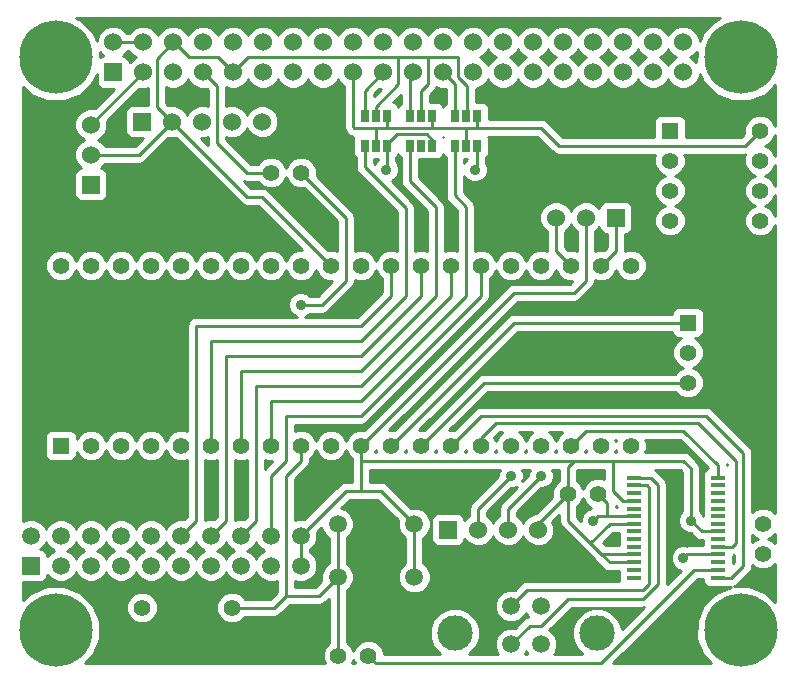
<source format=gtl>
G04 (created by PCBNEW (2013-07-07 BZR 4022)-stable) date 9/25/2014 9:45:49 PM*
%MOIN*%
G04 Gerber Fmt 3.4, Leading zero omitted, Abs format*
%FSLAX34Y34*%
G01*
G70*
G90*
G04 APERTURE LIST*
%ADD10C,0.00590551*%
%ADD11C,0.0590551*%
%ADD12R,0.05X0.016*%
%ADD13R,0.0276X0.0394*%
%ADD14R,0.055X0.055*%
%ADD15C,0.055*%
%ADD16R,0.06X0.06*%
%ADD17C,0.06*%
%ADD18R,0.0590551X0.0590551*%
%ADD19C,0.11811*%
%ADD20C,0.244094*%
%ADD21C,0.035*%
%ADD22C,0.01*%
G04 APERTURE END LIST*
G54D10*
G54D11*
X54279Y-43114D03*
X54279Y-44885D03*
X51720Y-44885D03*
X51720Y-43114D03*
G54D12*
X64400Y-44900D03*
X64400Y-44650D03*
X64400Y-44390D03*
X64400Y-44130D03*
X64400Y-43880D03*
X64400Y-43620D03*
X64400Y-43360D03*
X64400Y-43110D03*
X64400Y-42850D03*
X64400Y-42600D03*
X64400Y-42340D03*
X64400Y-42080D03*
X64400Y-41830D03*
X64400Y-41570D03*
X61600Y-41570D03*
X61600Y-41830D03*
X61600Y-42070D03*
X61600Y-42340D03*
X61600Y-42600D03*
X61600Y-42850D03*
X61600Y-43110D03*
X61600Y-43360D03*
X61600Y-43620D03*
X61600Y-43880D03*
X61600Y-44130D03*
X61600Y-44390D03*
X61600Y-44650D03*
X61600Y-44900D03*
G54D13*
X56375Y-30500D03*
X56000Y-30500D03*
X55625Y-30500D03*
X55625Y-29500D03*
X56000Y-29500D03*
X56375Y-29500D03*
X54875Y-30500D03*
X54500Y-30500D03*
X54125Y-30500D03*
X54125Y-29500D03*
X54500Y-29500D03*
X54875Y-29500D03*
X53375Y-30500D03*
X53000Y-30500D03*
X52625Y-30500D03*
X52625Y-29500D03*
X53000Y-29500D03*
X53375Y-29500D03*
G54D14*
X63400Y-36400D03*
G54D15*
X63400Y-37400D03*
X63400Y-38400D03*
X45200Y-45900D03*
X48200Y-45900D03*
G54D16*
X45200Y-29700D03*
G54D17*
X46200Y-29700D03*
X47200Y-29700D03*
X48200Y-29700D03*
X49200Y-29700D03*
G54D16*
X55400Y-43300D03*
G54D17*
X56400Y-43300D03*
X57400Y-43300D03*
X58400Y-43300D03*
G54D16*
X61000Y-32900D03*
G54D17*
X60000Y-32900D03*
X59000Y-32900D03*
G54D16*
X43500Y-31800D03*
G54D17*
X43500Y-30800D03*
X43500Y-29800D03*
G54D16*
X44240Y-28059D03*
G54D17*
X44240Y-27059D03*
X49240Y-28059D03*
X45240Y-27059D03*
X50240Y-28059D03*
X46240Y-27059D03*
X51240Y-28059D03*
X47240Y-27059D03*
X52240Y-28059D03*
X48240Y-27059D03*
X53240Y-28059D03*
X49240Y-27059D03*
X54240Y-28059D03*
X50240Y-27059D03*
X55240Y-28059D03*
X51240Y-27059D03*
X56240Y-28059D03*
X52240Y-27059D03*
X57240Y-28059D03*
X53240Y-27059D03*
X58240Y-28059D03*
X54240Y-27059D03*
X59240Y-28059D03*
X55240Y-27059D03*
X56240Y-27059D03*
X60240Y-28059D03*
X57240Y-27059D03*
X59240Y-27059D03*
X60240Y-27059D03*
X61240Y-27059D03*
X62240Y-27059D03*
X61240Y-28059D03*
X62240Y-28059D03*
X45240Y-28059D03*
X46240Y-28059D03*
X47240Y-28059D03*
X48240Y-28059D03*
X63240Y-28059D03*
X63240Y-27059D03*
X58240Y-27059D03*
G54D18*
X41500Y-44500D03*
G54D11*
X42500Y-43500D03*
X43500Y-43500D03*
X44500Y-44500D03*
X44500Y-43500D03*
X45500Y-44500D03*
X45500Y-43500D03*
X46500Y-44500D03*
X46500Y-43500D03*
X47500Y-44500D03*
X47500Y-43500D03*
X48500Y-44500D03*
X48500Y-43500D03*
X49500Y-44500D03*
X49500Y-43500D03*
X50500Y-44500D03*
X50500Y-43500D03*
X41500Y-43500D03*
X42500Y-44500D03*
X43500Y-44500D03*
G54D14*
X62800Y-30000D03*
G54D15*
X62800Y-31000D03*
X62800Y-32000D03*
X62800Y-33000D03*
X65800Y-33000D03*
X65800Y-32000D03*
X65800Y-31000D03*
X65800Y-30000D03*
G54D14*
X42500Y-40500D03*
G54D15*
X43500Y-40500D03*
X44500Y-40500D03*
X45500Y-40500D03*
X46500Y-40500D03*
X47500Y-40500D03*
X48500Y-40500D03*
X49500Y-40500D03*
X50500Y-40500D03*
X51500Y-40500D03*
X52500Y-40500D03*
X53500Y-40500D03*
X54500Y-40500D03*
X55500Y-40500D03*
X56500Y-40500D03*
X57500Y-40500D03*
X58500Y-40500D03*
X59500Y-40500D03*
X60500Y-40500D03*
X61500Y-40500D03*
X61500Y-34500D03*
X60500Y-34500D03*
X59500Y-34500D03*
X58500Y-34500D03*
X57500Y-34500D03*
X56500Y-34500D03*
X55500Y-34500D03*
X54500Y-34500D03*
X53500Y-34500D03*
X52500Y-34500D03*
X51500Y-34500D03*
X50500Y-34500D03*
X49500Y-34500D03*
X48500Y-34500D03*
X47500Y-34500D03*
X46500Y-34500D03*
X45500Y-34500D03*
X44500Y-34500D03*
X43500Y-34500D03*
X42500Y-34500D03*
X65900Y-43100D03*
X65900Y-44100D03*
X50500Y-31400D03*
X49500Y-31400D03*
X59400Y-42100D03*
X60400Y-42100D03*
X52750Y-47500D03*
X51750Y-47500D03*
G54D19*
X60370Y-46750D03*
X55629Y-46750D03*
G54D11*
X58492Y-45844D03*
X57507Y-45844D03*
X57507Y-47124D03*
X58492Y-47124D03*
G54D20*
X42322Y-46653D03*
X42322Y-27559D03*
X65157Y-27559D03*
X65157Y-46653D03*
G54D21*
X63500Y-43000D03*
X58500Y-41500D03*
X57500Y-41500D03*
X50500Y-35800D03*
X63250Y-44250D03*
X60250Y-43000D03*
X56299Y-31299D03*
X53346Y-31299D03*
G54D22*
X49500Y-43500D02*
X49500Y-41500D01*
X56500Y-35500D02*
X56500Y-34500D01*
X52500Y-39500D02*
X56500Y-35500D01*
X50000Y-39500D02*
X52500Y-39500D01*
X50000Y-41000D02*
X50000Y-39500D01*
X49500Y-41500D02*
X50000Y-41000D01*
X48500Y-43500D02*
X49000Y-43000D01*
X55500Y-35500D02*
X55500Y-34500D01*
X52500Y-38500D02*
X55500Y-35500D01*
X49000Y-38500D02*
X52500Y-38500D01*
X49000Y-43000D02*
X49000Y-38500D01*
X48000Y-37500D02*
X52500Y-37500D01*
X48000Y-43000D02*
X48000Y-37500D01*
X47500Y-43500D02*
X48000Y-43000D01*
X54500Y-35500D02*
X54500Y-34500D01*
X52500Y-37500D02*
X54500Y-35500D01*
X46500Y-43500D02*
X47000Y-43000D01*
X53500Y-35500D02*
X53500Y-34500D01*
X52500Y-36500D02*
X53500Y-35500D01*
X47000Y-36500D02*
X52500Y-36500D01*
X47000Y-43000D02*
X47000Y-36500D01*
X52750Y-47500D02*
X53000Y-47750D01*
X63600Y-44650D02*
X64400Y-44650D01*
X60500Y-47750D02*
X63600Y-44650D01*
X53000Y-47750D02*
X60500Y-47750D01*
X61600Y-43110D02*
X60790Y-43110D01*
X60790Y-43110D02*
X60150Y-43750D01*
X61600Y-44130D02*
X60530Y-44130D01*
X60530Y-44130D02*
X60500Y-44100D01*
X61600Y-44390D02*
X60790Y-44390D01*
X59400Y-43000D02*
X59400Y-42100D01*
X60790Y-44390D02*
X60500Y-44100D01*
X60500Y-44100D02*
X60150Y-43750D01*
X60150Y-43750D02*
X59400Y-43000D01*
X58400Y-43300D02*
X58400Y-43100D01*
X58400Y-43100D02*
X59400Y-42100D01*
X51500Y-34500D02*
X49200Y-32200D01*
X48700Y-32200D02*
X46200Y-29700D01*
X49200Y-32200D02*
X48700Y-32200D01*
X43500Y-30800D02*
X45100Y-30800D01*
X45100Y-30800D02*
X46200Y-29700D01*
X46240Y-27059D02*
X46240Y-27059D01*
X46240Y-27059D02*
X45700Y-27600D01*
X45700Y-27600D02*
X45700Y-29200D01*
X45700Y-29200D02*
X46200Y-29700D01*
X52500Y-40500D02*
X57600Y-35400D01*
X60000Y-35000D02*
X60000Y-32900D01*
X59600Y-35400D02*
X60000Y-35000D01*
X57600Y-35400D02*
X59600Y-35400D01*
X59400Y-42100D02*
X59400Y-41200D01*
X59400Y-41200D02*
X59600Y-41000D01*
X61600Y-42340D02*
X61240Y-42340D01*
X60900Y-41300D02*
X60900Y-41000D01*
X60900Y-42000D02*
X60900Y-41300D01*
X61240Y-42340D02*
X60900Y-42000D01*
X64400Y-43360D02*
X63860Y-43360D01*
X63250Y-41000D02*
X60900Y-41000D01*
X60900Y-41000D02*
X59600Y-41000D01*
X59600Y-41000D02*
X52500Y-41000D01*
X63500Y-41250D02*
X63250Y-41000D01*
X63500Y-43000D02*
X63500Y-41250D01*
X63860Y-43360D02*
X63500Y-43000D01*
X46240Y-27059D02*
X46271Y-27059D01*
X47740Y-27559D02*
X48240Y-28059D01*
X46771Y-27559D02*
X47740Y-27559D01*
X46271Y-27059D02*
X46771Y-27559D01*
X54500Y-29500D02*
X54500Y-28688D01*
X54724Y-28464D02*
X54724Y-27559D01*
X54500Y-28688D02*
X54724Y-28464D01*
X53000Y-29500D02*
X53000Y-29204D01*
X53740Y-28464D02*
X53740Y-27559D01*
X53000Y-29204D02*
X53740Y-28464D01*
X48240Y-28059D02*
X48740Y-27559D01*
X56023Y-29476D02*
X56000Y-29500D01*
X56023Y-28503D02*
X56023Y-29476D01*
X55748Y-28228D02*
X56023Y-28503D01*
X55748Y-27559D02*
X55748Y-28228D01*
X48740Y-27559D02*
X53740Y-27559D01*
X53740Y-27559D02*
X54724Y-27559D01*
X54724Y-27559D02*
X55748Y-27559D01*
X50500Y-43500D02*
X50500Y-44500D01*
X54279Y-43114D02*
X54279Y-44885D01*
X52500Y-40500D02*
X52500Y-41000D01*
X52500Y-41000D02*
X52500Y-42000D01*
X54279Y-43114D02*
X53165Y-42000D01*
X52000Y-42000D02*
X50500Y-43500D01*
X53165Y-42000D02*
X52500Y-42000D01*
X52500Y-42000D02*
X52000Y-42000D01*
X47240Y-28059D02*
X47700Y-28518D01*
X48700Y-31400D02*
X49500Y-31400D01*
X47700Y-30400D02*
X48700Y-31400D01*
X47700Y-28518D02*
X47700Y-30400D01*
X54125Y-29500D02*
X54125Y-28174D01*
X54125Y-28174D02*
X54240Y-28059D01*
X55000Y-34000D02*
X55000Y-32559D01*
X48500Y-38000D02*
X52500Y-38000D01*
X52500Y-38000D02*
X55000Y-35500D01*
X55000Y-35500D02*
X55000Y-34000D01*
X48500Y-40500D02*
X48500Y-38000D01*
X54125Y-31684D02*
X54125Y-30500D01*
X55000Y-32559D02*
X54125Y-31684D01*
X52625Y-29500D02*
X52625Y-28674D01*
X52625Y-28674D02*
X53240Y-28059D01*
X54000Y-34015D02*
X54000Y-32582D01*
X52625Y-31207D02*
X52625Y-30500D01*
X54000Y-32582D02*
X52625Y-31207D01*
X47500Y-40500D02*
X47500Y-37000D01*
X54000Y-35500D02*
X54000Y-34015D01*
X54000Y-34015D02*
X54000Y-34000D01*
X52500Y-37000D02*
X54000Y-35500D01*
X47500Y-37000D02*
X52500Y-37000D01*
X61600Y-41830D02*
X62030Y-41830D01*
X58052Y-45300D02*
X57507Y-45844D01*
X61900Y-45300D02*
X58052Y-45300D01*
X62100Y-45100D02*
X61900Y-45300D01*
X62100Y-41900D02*
X62100Y-45100D01*
X62030Y-41830D02*
X62100Y-41900D01*
X61000Y-32900D02*
X61000Y-34000D01*
X61000Y-34000D02*
X60500Y-34500D01*
X43500Y-29800D02*
X43500Y-29799D01*
X43500Y-29799D02*
X45240Y-28059D01*
X59500Y-34500D02*
X59000Y-34000D01*
X59000Y-34000D02*
X59000Y-32900D01*
X57400Y-43300D02*
X57400Y-42600D01*
X57400Y-42600D02*
X58500Y-41500D01*
X56400Y-43300D02*
X56400Y-42600D01*
X56400Y-42600D02*
X57500Y-41500D01*
X63400Y-38400D02*
X56600Y-38400D01*
X56600Y-38400D02*
X54500Y-40500D01*
X53500Y-40500D02*
X57600Y-36400D01*
X57600Y-36400D02*
X63400Y-36400D01*
X48200Y-45900D02*
X49600Y-45900D01*
X49600Y-45900D02*
X50000Y-45500D01*
X52000Y-32900D02*
X50500Y-31400D01*
X52000Y-35000D02*
X52000Y-32900D01*
X51200Y-35800D02*
X52000Y-35000D01*
X50500Y-35800D02*
X51200Y-35800D01*
X51720Y-44885D02*
X51720Y-47470D01*
X51720Y-47470D02*
X51750Y-47500D01*
X50000Y-45500D02*
X51106Y-45500D01*
X50500Y-41000D02*
X50000Y-41500D01*
X50000Y-41500D02*
X50000Y-45500D01*
X50500Y-40500D02*
X50500Y-41000D01*
X51106Y-45500D02*
X51720Y-44885D01*
X51720Y-44885D02*
X51720Y-43114D01*
X61600Y-41570D02*
X62170Y-41570D01*
X58131Y-46500D02*
X57507Y-47124D01*
X58500Y-46500D02*
X58131Y-46500D01*
X59400Y-45600D02*
X58500Y-46500D01*
X61900Y-45600D02*
X59400Y-45600D01*
X62000Y-45500D02*
X61900Y-45600D01*
X62400Y-45100D02*
X62000Y-45500D01*
X62400Y-41800D02*
X62400Y-45100D01*
X62170Y-41570D02*
X62400Y-41800D01*
X64400Y-41570D02*
X64400Y-41150D01*
X60000Y-40000D02*
X59500Y-40500D01*
X63250Y-40000D02*
X60000Y-40000D01*
X64400Y-41150D02*
X63250Y-40000D01*
X64400Y-44900D02*
X64850Y-44900D01*
X56500Y-39500D02*
X55500Y-40500D01*
X64000Y-39500D02*
X56500Y-39500D01*
X65250Y-40750D02*
X64000Y-39500D01*
X65250Y-44500D02*
X65250Y-40750D01*
X64850Y-44900D02*
X65250Y-44500D01*
X55625Y-29500D02*
X55625Y-28443D01*
X55625Y-28443D02*
X55240Y-28059D01*
X56000Y-34015D02*
X56000Y-32535D01*
X55625Y-32160D02*
X55625Y-30500D01*
X56000Y-32535D02*
X55625Y-32160D01*
X49500Y-40500D02*
X49500Y-39000D01*
X56000Y-35500D02*
X56000Y-34015D01*
X56000Y-34015D02*
X56000Y-34000D01*
X52500Y-39000D02*
X56000Y-35500D01*
X49500Y-39000D02*
X52500Y-39000D01*
X56500Y-40500D02*
X56500Y-40250D01*
X64870Y-43880D02*
X64400Y-43880D01*
X65000Y-43750D02*
X64870Y-43880D01*
X65000Y-41000D02*
X65000Y-43750D01*
X63750Y-39750D02*
X65000Y-41000D01*
X57000Y-39750D02*
X63750Y-39750D01*
X56500Y-40250D02*
X57000Y-39750D01*
X60700Y-42850D02*
X60700Y-42400D01*
X60700Y-42400D02*
X60400Y-42100D01*
X63370Y-44130D02*
X64400Y-44130D01*
X63250Y-44250D02*
X63370Y-44130D01*
X60400Y-42850D02*
X60700Y-42850D01*
X60700Y-42850D02*
X61150Y-42850D01*
X61150Y-42850D02*
X61600Y-42850D01*
X60250Y-43000D02*
X60400Y-42850D01*
X56299Y-31299D02*
X56375Y-31223D01*
X56375Y-31223D02*
X56375Y-30500D01*
X53375Y-31270D02*
X53375Y-30500D01*
X53346Y-31299D02*
X53375Y-31270D01*
X53375Y-30500D02*
X53375Y-30447D01*
X53375Y-30447D02*
X53700Y-30121D01*
X53700Y-30121D02*
X54688Y-30121D01*
X54688Y-30121D02*
X54875Y-30308D01*
X54875Y-30308D02*
X54875Y-30500D01*
X44240Y-27059D02*
X45240Y-27059D01*
X53375Y-29500D02*
X53375Y-29921D01*
X53375Y-29921D02*
X54875Y-29921D01*
X54875Y-29921D02*
X54875Y-29500D01*
X65800Y-30000D02*
X65300Y-30500D01*
X58500Y-29900D02*
X56320Y-29900D01*
X59100Y-30500D02*
X58500Y-29900D01*
X65300Y-30500D02*
X59100Y-30500D01*
X56000Y-30500D02*
X56000Y-29921D01*
X56000Y-29921D02*
X55984Y-29921D01*
X53000Y-29929D02*
X53000Y-30500D01*
X52992Y-29921D02*
X53000Y-29929D01*
X53375Y-29921D02*
X52992Y-29921D01*
X54875Y-29500D02*
X54875Y-29921D01*
X54875Y-29921D02*
X54803Y-29921D01*
X52240Y-28059D02*
X52240Y-29885D01*
X56375Y-29845D02*
X56375Y-29500D01*
X56299Y-29921D02*
X56320Y-29900D01*
X56320Y-29900D02*
X56375Y-29845D01*
X52275Y-29921D02*
X54803Y-29921D01*
X54803Y-29921D02*
X55984Y-29921D01*
X55984Y-29921D02*
X56299Y-29921D01*
X52240Y-29885D02*
X52275Y-29921D01*
G54D10*
G36*
X42282Y-43999D02*
X42191Y-44037D01*
X42045Y-44183D01*
X42045Y-44155D01*
X42007Y-44063D01*
X41937Y-43992D01*
X41845Y-43954D01*
X41816Y-43954D01*
X41961Y-43809D01*
X41999Y-43717D01*
X42037Y-43808D01*
X42190Y-43961D01*
X42282Y-43999D01*
X42282Y-43999D01*
G37*
G54D22*
X42282Y-43999D02*
X42191Y-44037D01*
X42045Y-44183D01*
X42045Y-44155D01*
X42007Y-44063D01*
X41937Y-43992D01*
X41845Y-43954D01*
X41816Y-43954D01*
X41961Y-43809D01*
X41999Y-43717D01*
X42037Y-43808D01*
X42190Y-43961D01*
X42282Y-43999D01*
G54D10*
G36*
X43282Y-43999D02*
X43191Y-44037D01*
X43038Y-44190D01*
X43000Y-44282D01*
X42962Y-44191D01*
X42809Y-44038D01*
X42717Y-44000D01*
X42808Y-43962D01*
X42961Y-43809D01*
X42999Y-43717D01*
X43037Y-43808D01*
X43190Y-43961D01*
X43282Y-43999D01*
X43282Y-43999D01*
G37*
G54D22*
X43282Y-43999D02*
X43191Y-44037D01*
X43038Y-44190D01*
X43000Y-44282D01*
X42962Y-44191D01*
X42809Y-44038D01*
X42717Y-44000D01*
X42808Y-43962D01*
X42961Y-43809D01*
X42999Y-43717D01*
X43037Y-43808D01*
X43190Y-43961D01*
X43282Y-43999D01*
G54D10*
G36*
X43912Y-27509D02*
X43890Y-27509D01*
X43798Y-27546D01*
X43793Y-27552D01*
X43793Y-27390D01*
X43912Y-27509D01*
X43912Y-27509D01*
G37*
G54D22*
X43912Y-27509D02*
X43890Y-27509D01*
X43798Y-27546D01*
X43793Y-27552D01*
X43793Y-27390D01*
X43912Y-27509D01*
G54D10*
G36*
X44282Y-43999D02*
X44191Y-44037D01*
X44038Y-44190D01*
X44000Y-44282D01*
X43962Y-44191D01*
X43809Y-44038D01*
X43717Y-44000D01*
X43808Y-43962D01*
X43961Y-43809D01*
X43999Y-43717D01*
X44037Y-43808D01*
X44190Y-43961D01*
X44282Y-43999D01*
X44282Y-43999D01*
G37*
G54D22*
X44282Y-43999D02*
X44191Y-44037D01*
X44038Y-44190D01*
X44000Y-44282D01*
X43962Y-44191D01*
X43809Y-44038D01*
X43717Y-44000D01*
X43808Y-43962D01*
X43961Y-43809D01*
X43999Y-43717D01*
X44037Y-43808D01*
X44190Y-43961D01*
X44282Y-43999D01*
G54D10*
G36*
X45010Y-27559D02*
X44929Y-27592D01*
X44790Y-27731D01*
X44790Y-27709D01*
X44752Y-27617D01*
X44681Y-27547D01*
X44590Y-27509D01*
X44567Y-27509D01*
X44706Y-27371D01*
X44711Y-27359D01*
X44769Y-27359D01*
X44773Y-27370D01*
X44928Y-27525D01*
X45010Y-27559D01*
X45010Y-27559D01*
G37*
G54D22*
X45010Y-27559D02*
X44929Y-27592D01*
X44790Y-27731D01*
X44790Y-27709D01*
X44752Y-27617D01*
X44681Y-27547D01*
X44590Y-27509D01*
X44567Y-27509D01*
X44706Y-27371D01*
X44711Y-27359D01*
X44769Y-27359D01*
X44773Y-27370D01*
X44928Y-27525D01*
X45010Y-27559D01*
G54D10*
G36*
X45282Y-43999D02*
X45191Y-44037D01*
X45038Y-44190D01*
X45000Y-44282D01*
X44962Y-44191D01*
X44809Y-44038D01*
X44717Y-44000D01*
X44808Y-43962D01*
X44961Y-43809D01*
X44999Y-43717D01*
X45037Y-43808D01*
X45190Y-43961D01*
X45282Y-43999D01*
X45282Y-43999D01*
G37*
G54D22*
X45282Y-43999D02*
X45191Y-44037D01*
X45038Y-44190D01*
X45000Y-44282D01*
X44962Y-44191D01*
X44809Y-44038D01*
X44717Y-44000D01*
X44808Y-43962D01*
X44961Y-43809D01*
X44999Y-43717D01*
X45037Y-43808D01*
X45190Y-43961D01*
X45282Y-43999D01*
G54D10*
G36*
X45400Y-29149D02*
X44850Y-29149D01*
X44758Y-29187D01*
X44688Y-29258D01*
X44650Y-29350D01*
X44649Y-29449D01*
X44649Y-30049D01*
X44687Y-30141D01*
X44758Y-30211D01*
X44850Y-30249D01*
X44949Y-30250D01*
X45225Y-30250D01*
X44975Y-30500D01*
X43971Y-30500D01*
X43966Y-30488D01*
X43811Y-30334D01*
X43730Y-30300D01*
X43811Y-30266D01*
X43965Y-30111D01*
X44049Y-29909D01*
X44050Y-29691D01*
X44044Y-29678D01*
X45119Y-28604D01*
X45130Y-28608D01*
X45349Y-28609D01*
X45400Y-28588D01*
X45400Y-29149D01*
X45400Y-29149D01*
G37*
G54D22*
X45400Y-29149D02*
X44850Y-29149D01*
X44758Y-29187D01*
X44688Y-29258D01*
X44650Y-29350D01*
X44649Y-29449D01*
X44649Y-30049D01*
X44687Y-30141D01*
X44758Y-30211D01*
X44850Y-30249D01*
X44949Y-30250D01*
X45225Y-30250D01*
X44975Y-30500D01*
X43971Y-30500D01*
X43966Y-30488D01*
X43811Y-30334D01*
X43730Y-30300D01*
X43811Y-30266D01*
X43965Y-30111D01*
X44049Y-29909D01*
X44050Y-29691D01*
X44044Y-29678D01*
X45119Y-28604D01*
X45130Y-28608D01*
X45349Y-28609D01*
X45400Y-28588D01*
X45400Y-29149D01*
G54D10*
G36*
X46282Y-43999D02*
X46191Y-44037D01*
X46038Y-44190D01*
X46000Y-44282D01*
X45962Y-44191D01*
X45809Y-44038D01*
X45717Y-44000D01*
X45808Y-43962D01*
X45961Y-43809D01*
X45999Y-43717D01*
X46037Y-43808D01*
X46190Y-43961D01*
X46282Y-43999D01*
X46282Y-43999D01*
G37*
G54D22*
X46282Y-43999D02*
X46191Y-44037D01*
X46038Y-44190D01*
X46000Y-44282D01*
X45962Y-44191D01*
X45809Y-44038D01*
X45717Y-44000D01*
X45808Y-43962D01*
X45961Y-43809D01*
X45999Y-43717D01*
X46037Y-43808D01*
X46190Y-43961D01*
X46282Y-43999D01*
G54D10*
G36*
X47282Y-43999D02*
X47191Y-44037D01*
X47038Y-44190D01*
X47000Y-44282D01*
X46962Y-44191D01*
X46809Y-44038D01*
X46717Y-44000D01*
X46808Y-43962D01*
X46961Y-43809D01*
X46999Y-43717D01*
X47037Y-43808D01*
X47190Y-43961D01*
X47282Y-43999D01*
X47282Y-43999D01*
G37*
G54D22*
X47282Y-43999D02*
X47191Y-44037D01*
X47038Y-44190D01*
X47000Y-44282D01*
X46962Y-44191D01*
X46809Y-44038D01*
X46717Y-44000D01*
X46808Y-43962D01*
X46961Y-43809D01*
X46999Y-43717D01*
X47037Y-43808D01*
X47190Y-43961D01*
X47282Y-43999D01*
G54D10*
G36*
X47400Y-29187D02*
X47309Y-29150D01*
X47091Y-29149D01*
X46888Y-29233D01*
X46734Y-29388D01*
X46700Y-29469D01*
X46666Y-29388D01*
X46511Y-29234D01*
X46309Y-29150D01*
X46091Y-29149D01*
X46079Y-29154D01*
X46000Y-29075D01*
X46000Y-28554D01*
X46130Y-28608D01*
X46349Y-28609D01*
X46551Y-28525D01*
X46706Y-28371D01*
X46740Y-28289D01*
X46773Y-28370D01*
X46928Y-28525D01*
X47130Y-28608D01*
X47349Y-28609D01*
X47361Y-28604D01*
X47400Y-28643D01*
X47400Y-29187D01*
X47400Y-29187D01*
G37*
G54D22*
X47400Y-29187D02*
X47309Y-29150D01*
X47091Y-29149D01*
X46888Y-29233D01*
X46734Y-29388D01*
X46700Y-29469D01*
X46666Y-29388D01*
X46511Y-29234D01*
X46309Y-29150D01*
X46091Y-29149D01*
X46079Y-29154D01*
X46000Y-29075D01*
X46000Y-28554D01*
X46130Y-28608D01*
X46349Y-28609D01*
X46551Y-28525D01*
X46706Y-28371D01*
X46740Y-28289D01*
X46773Y-28370D01*
X46928Y-28525D01*
X47130Y-28608D01*
X47349Y-28609D01*
X47361Y-28604D01*
X47400Y-28643D01*
X47400Y-29187D01*
G54D10*
G36*
X47418Y-30494D02*
X47174Y-30249D01*
X47308Y-30250D01*
X47400Y-30212D01*
X47400Y-30400D01*
X47418Y-30494D01*
X47418Y-30494D01*
G37*
G54D22*
X47418Y-30494D02*
X47174Y-30249D01*
X47308Y-30250D01*
X47400Y-30212D01*
X47400Y-30400D01*
X47418Y-30494D01*
G54D10*
G36*
X47700Y-42875D02*
X47617Y-42958D01*
X47608Y-42954D01*
X47392Y-42954D01*
X47300Y-42992D01*
X47300Y-40985D01*
X47395Y-41024D01*
X47603Y-41025D01*
X47700Y-40985D01*
X47700Y-42875D01*
X47700Y-42875D01*
G37*
G54D22*
X47700Y-42875D02*
X47617Y-42958D01*
X47608Y-42954D01*
X47392Y-42954D01*
X47300Y-42992D01*
X47300Y-40985D01*
X47395Y-41024D01*
X47603Y-41025D01*
X47700Y-40985D01*
X47700Y-42875D01*
G54D10*
G36*
X48282Y-43999D02*
X48191Y-44037D01*
X48038Y-44190D01*
X48000Y-44282D01*
X47962Y-44191D01*
X47809Y-44038D01*
X47717Y-44000D01*
X47808Y-43962D01*
X47961Y-43809D01*
X47999Y-43717D01*
X48037Y-43808D01*
X48190Y-43961D01*
X48282Y-43999D01*
X48282Y-43999D01*
G37*
G54D22*
X48282Y-43999D02*
X48191Y-44037D01*
X48038Y-44190D01*
X48000Y-44282D01*
X47962Y-44191D01*
X47809Y-44038D01*
X47717Y-44000D01*
X47808Y-43962D01*
X47961Y-43809D01*
X47999Y-43717D01*
X48037Y-43808D01*
X48190Y-43961D01*
X48282Y-43999D01*
G54D10*
G36*
X48700Y-42875D02*
X48617Y-42958D01*
X48608Y-42954D01*
X48392Y-42954D01*
X48300Y-42992D01*
X48300Y-40985D01*
X48395Y-41024D01*
X48603Y-41025D01*
X48700Y-40985D01*
X48700Y-42875D01*
X48700Y-42875D01*
G37*
G54D22*
X48700Y-42875D02*
X48617Y-42958D01*
X48608Y-42954D01*
X48392Y-42954D01*
X48300Y-42992D01*
X48300Y-40985D01*
X48395Y-41024D01*
X48603Y-41025D01*
X48700Y-40985D01*
X48700Y-42875D01*
G54D10*
G36*
X49282Y-43999D02*
X49191Y-44037D01*
X49038Y-44190D01*
X49000Y-44282D01*
X48962Y-44191D01*
X48809Y-44038D01*
X48717Y-44000D01*
X48808Y-43962D01*
X48961Y-43809D01*
X48999Y-43717D01*
X49037Y-43808D01*
X49190Y-43961D01*
X49282Y-43999D01*
X49282Y-43999D01*
G37*
G54D22*
X49282Y-43999D02*
X49191Y-44037D01*
X49038Y-44190D01*
X49000Y-44282D01*
X48962Y-44191D01*
X48809Y-44038D01*
X48717Y-44000D01*
X48808Y-43962D01*
X48961Y-43809D01*
X48999Y-43717D01*
X49037Y-43808D01*
X49190Y-43961D01*
X49282Y-43999D01*
G54D10*
G36*
X49550Y-41025D02*
X49300Y-41275D01*
X49300Y-40985D01*
X49395Y-41024D01*
X49550Y-41025D01*
X49550Y-41025D01*
G37*
G54D22*
X49550Y-41025D02*
X49300Y-41275D01*
X49300Y-40985D01*
X49395Y-41024D01*
X49550Y-41025D01*
G54D10*
G36*
X51420Y-44419D02*
X51412Y-44423D01*
X51258Y-44576D01*
X51175Y-44776D01*
X51175Y-44993D01*
X51178Y-45003D01*
X50982Y-45200D01*
X50300Y-45200D01*
X50300Y-45007D01*
X50391Y-45045D01*
X50607Y-45045D01*
X50808Y-44962D01*
X50961Y-44809D01*
X51045Y-44608D01*
X51045Y-44392D01*
X50962Y-44191D01*
X50809Y-44038D01*
X50800Y-44034D01*
X50800Y-43966D01*
X50808Y-43962D01*
X50961Y-43809D01*
X51045Y-43608D01*
X51045Y-43392D01*
X51041Y-43382D01*
X51182Y-43241D01*
X51257Y-43422D01*
X51411Y-43576D01*
X51420Y-43580D01*
X51420Y-44419D01*
X51420Y-44419D01*
G37*
G54D22*
X51420Y-44419D02*
X51412Y-44423D01*
X51258Y-44576D01*
X51175Y-44776D01*
X51175Y-44993D01*
X51178Y-45003D01*
X50982Y-45200D01*
X50300Y-45200D01*
X50300Y-45007D01*
X50391Y-45045D01*
X50607Y-45045D01*
X50808Y-44962D01*
X50961Y-44809D01*
X51045Y-44608D01*
X51045Y-44392D01*
X50962Y-44191D01*
X50809Y-44038D01*
X50800Y-44034D01*
X50800Y-43966D01*
X50808Y-43962D01*
X50961Y-43809D01*
X51045Y-43608D01*
X51045Y-43392D01*
X51041Y-43382D01*
X51182Y-43241D01*
X51257Y-43422D01*
X51411Y-43576D01*
X51420Y-43580D01*
X51420Y-44419D01*
G54D10*
G36*
X51420Y-47087D02*
X51305Y-47202D01*
X51225Y-47395D01*
X51224Y-47603D01*
X51288Y-47757D01*
X45725Y-47757D01*
X45725Y-45796D01*
X45645Y-45603D01*
X45497Y-45455D01*
X45304Y-45375D01*
X45096Y-45374D01*
X44903Y-45454D01*
X44755Y-45602D01*
X44675Y-45795D01*
X44674Y-46003D01*
X44754Y-46197D01*
X44902Y-46344D01*
X45095Y-46424D01*
X45303Y-46425D01*
X45497Y-46345D01*
X45644Y-46197D01*
X45724Y-46004D01*
X45725Y-45796D01*
X45725Y-47757D01*
X43297Y-47757D01*
X43568Y-47487D01*
X43793Y-46947D01*
X43793Y-46362D01*
X43570Y-45821D01*
X43156Y-45407D01*
X42616Y-45183D01*
X42031Y-45182D01*
X41490Y-45406D01*
X41250Y-45646D01*
X41250Y-45045D01*
X41254Y-45045D01*
X41844Y-45045D01*
X41936Y-45007D01*
X42007Y-44937D01*
X42045Y-44845D01*
X42045Y-44816D01*
X42190Y-44961D01*
X42391Y-45045D01*
X42607Y-45045D01*
X42808Y-44962D01*
X42961Y-44809D01*
X42999Y-44717D01*
X43037Y-44808D01*
X43190Y-44961D01*
X43391Y-45045D01*
X43607Y-45045D01*
X43808Y-44962D01*
X43961Y-44809D01*
X43999Y-44717D01*
X44037Y-44808D01*
X44190Y-44961D01*
X44391Y-45045D01*
X44607Y-45045D01*
X44808Y-44962D01*
X44961Y-44809D01*
X44999Y-44717D01*
X45037Y-44808D01*
X45190Y-44961D01*
X45391Y-45045D01*
X45607Y-45045D01*
X45808Y-44962D01*
X45961Y-44809D01*
X45999Y-44717D01*
X46037Y-44808D01*
X46190Y-44961D01*
X46391Y-45045D01*
X46607Y-45045D01*
X46808Y-44962D01*
X46961Y-44809D01*
X46999Y-44717D01*
X47037Y-44808D01*
X47190Y-44961D01*
X47391Y-45045D01*
X47607Y-45045D01*
X47808Y-44962D01*
X47961Y-44809D01*
X47999Y-44717D01*
X48037Y-44808D01*
X48190Y-44961D01*
X48391Y-45045D01*
X48607Y-45045D01*
X48808Y-44962D01*
X48961Y-44809D01*
X48999Y-44717D01*
X49037Y-44808D01*
X49190Y-44961D01*
X49391Y-45045D01*
X49607Y-45045D01*
X49700Y-45007D01*
X49700Y-45375D01*
X49475Y-45600D01*
X48642Y-45600D01*
X48497Y-45455D01*
X48304Y-45375D01*
X48096Y-45374D01*
X47903Y-45454D01*
X47755Y-45602D01*
X47675Y-45795D01*
X47674Y-46003D01*
X47754Y-46197D01*
X47902Y-46344D01*
X48095Y-46424D01*
X48303Y-46425D01*
X48497Y-46345D01*
X48642Y-46200D01*
X49600Y-46200D01*
X49600Y-46199D01*
X49714Y-46177D01*
X49714Y-46177D01*
X49812Y-46112D01*
X50124Y-45800D01*
X51106Y-45800D01*
X51106Y-45799D01*
X51221Y-45777D01*
X51221Y-45777D01*
X51318Y-45712D01*
X51420Y-45610D01*
X51420Y-47087D01*
X51420Y-47087D01*
G37*
G54D22*
X51420Y-47087D02*
X51305Y-47202D01*
X51225Y-47395D01*
X51224Y-47603D01*
X51288Y-47757D01*
X45725Y-47757D01*
X45725Y-45796D01*
X45645Y-45603D01*
X45497Y-45455D01*
X45304Y-45375D01*
X45096Y-45374D01*
X44903Y-45454D01*
X44755Y-45602D01*
X44675Y-45795D01*
X44674Y-46003D01*
X44754Y-46197D01*
X44902Y-46344D01*
X45095Y-46424D01*
X45303Y-46425D01*
X45497Y-46345D01*
X45644Y-46197D01*
X45724Y-46004D01*
X45725Y-45796D01*
X45725Y-47757D01*
X43297Y-47757D01*
X43568Y-47487D01*
X43793Y-46947D01*
X43793Y-46362D01*
X43570Y-45821D01*
X43156Y-45407D01*
X42616Y-45183D01*
X42031Y-45182D01*
X41490Y-45406D01*
X41250Y-45646D01*
X41250Y-45045D01*
X41254Y-45045D01*
X41844Y-45045D01*
X41936Y-45007D01*
X42007Y-44937D01*
X42045Y-44845D01*
X42045Y-44816D01*
X42190Y-44961D01*
X42391Y-45045D01*
X42607Y-45045D01*
X42808Y-44962D01*
X42961Y-44809D01*
X42999Y-44717D01*
X43037Y-44808D01*
X43190Y-44961D01*
X43391Y-45045D01*
X43607Y-45045D01*
X43808Y-44962D01*
X43961Y-44809D01*
X43999Y-44717D01*
X44037Y-44808D01*
X44190Y-44961D01*
X44391Y-45045D01*
X44607Y-45045D01*
X44808Y-44962D01*
X44961Y-44809D01*
X44999Y-44717D01*
X45037Y-44808D01*
X45190Y-44961D01*
X45391Y-45045D01*
X45607Y-45045D01*
X45808Y-44962D01*
X45961Y-44809D01*
X45999Y-44717D01*
X46037Y-44808D01*
X46190Y-44961D01*
X46391Y-45045D01*
X46607Y-45045D01*
X46808Y-44962D01*
X46961Y-44809D01*
X46999Y-44717D01*
X47037Y-44808D01*
X47190Y-44961D01*
X47391Y-45045D01*
X47607Y-45045D01*
X47808Y-44962D01*
X47961Y-44809D01*
X47999Y-44717D01*
X48037Y-44808D01*
X48190Y-44961D01*
X48391Y-45045D01*
X48607Y-45045D01*
X48808Y-44962D01*
X48961Y-44809D01*
X48999Y-44717D01*
X49037Y-44808D01*
X49190Y-44961D01*
X49391Y-45045D01*
X49607Y-45045D01*
X49700Y-45007D01*
X49700Y-45375D01*
X49475Y-45600D01*
X48642Y-45600D01*
X48497Y-45455D01*
X48304Y-45375D01*
X48096Y-45374D01*
X47903Y-45454D01*
X47755Y-45602D01*
X47675Y-45795D01*
X47674Y-46003D01*
X47754Y-46197D01*
X47902Y-46344D01*
X48095Y-46424D01*
X48303Y-46425D01*
X48497Y-46345D01*
X48642Y-46200D01*
X49600Y-46200D01*
X49600Y-46199D01*
X49714Y-46177D01*
X49714Y-46177D01*
X49812Y-46112D01*
X50124Y-45800D01*
X51106Y-45800D01*
X51106Y-45799D01*
X51221Y-45777D01*
X51221Y-45777D01*
X51318Y-45712D01*
X51420Y-45610D01*
X51420Y-47087D01*
G54D10*
G36*
X51550Y-35025D02*
X51075Y-35500D01*
X50801Y-35500D01*
X50741Y-35439D01*
X50584Y-35375D01*
X50415Y-35374D01*
X50259Y-35439D01*
X50139Y-35558D01*
X50075Y-35715D01*
X50074Y-35884D01*
X50139Y-36040D01*
X50258Y-36160D01*
X50355Y-36200D01*
X47000Y-36200D01*
X46885Y-36222D01*
X46787Y-36287D01*
X46722Y-36385D01*
X46700Y-36500D01*
X46700Y-40014D01*
X46604Y-39975D01*
X46396Y-39974D01*
X46203Y-40054D01*
X46055Y-40202D01*
X45999Y-40335D01*
X45945Y-40203D01*
X45797Y-40055D01*
X45604Y-39975D01*
X45396Y-39974D01*
X45203Y-40054D01*
X45055Y-40202D01*
X44999Y-40335D01*
X44945Y-40203D01*
X44797Y-40055D01*
X44604Y-39975D01*
X44396Y-39974D01*
X44203Y-40054D01*
X44055Y-40202D01*
X43999Y-40335D01*
X43945Y-40203D01*
X43797Y-40055D01*
X43604Y-39975D01*
X43396Y-39974D01*
X43203Y-40054D01*
X43055Y-40202D01*
X43025Y-40274D01*
X43025Y-40175D01*
X42987Y-40083D01*
X42916Y-40013D01*
X42824Y-39975D01*
X42725Y-39974D01*
X42175Y-39974D01*
X42083Y-40012D01*
X42013Y-40083D01*
X41975Y-40175D01*
X41974Y-40274D01*
X41974Y-40824D01*
X42012Y-40916D01*
X42083Y-40986D01*
X42175Y-41024D01*
X42274Y-41025D01*
X42824Y-41025D01*
X42916Y-40987D01*
X42986Y-40916D01*
X43024Y-40824D01*
X43025Y-40725D01*
X43025Y-40725D01*
X43054Y-40797D01*
X43202Y-40944D01*
X43395Y-41024D01*
X43603Y-41025D01*
X43797Y-40945D01*
X43944Y-40797D01*
X44000Y-40664D01*
X44054Y-40797D01*
X44202Y-40944D01*
X44395Y-41024D01*
X44603Y-41025D01*
X44797Y-40945D01*
X44944Y-40797D01*
X45000Y-40664D01*
X45054Y-40797D01*
X45202Y-40944D01*
X45395Y-41024D01*
X45603Y-41025D01*
X45797Y-40945D01*
X45944Y-40797D01*
X46000Y-40664D01*
X46054Y-40797D01*
X46202Y-40944D01*
X46395Y-41024D01*
X46603Y-41025D01*
X46700Y-40985D01*
X46700Y-42875D01*
X46617Y-42958D01*
X46608Y-42954D01*
X46392Y-42954D01*
X46191Y-43037D01*
X46038Y-43190D01*
X46000Y-43282D01*
X45962Y-43191D01*
X45809Y-43038D01*
X45608Y-42954D01*
X45392Y-42954D01*
X45191Y-43037D01*
X45038Y-43190D01*
X45000Y-43282D01*
X44962Y-43191D01*
X44809Y-43038D01*
X44608Y-42954D01*
X44392Y-42954D01*
X44191Y-43037D01*
X44038Y-43190D01*
X44000Y-43282D01*
X43962Y-43191D01*
X43809Y-43038D01*
X43608Y-42954D01*
X43392Y-42954D01*
X43191Y-43037D01*
X43038Y-43190D01*
X43000Y-43282D01*
X42962Y-43191D01*
X42809Y-43038D01*
X42608Y-42954D01*
X42392Y-42954D01*
X42191Y-43037D01*
X42038Y-43190D01*
X42000Y-43282D01*
X41962Y-43191D01*
X41809Y-43038D01*
X41608Y-42954D01*
X41392Y-42954D01*
X41250Y-43013D01*
X41250Y-28565D01*
X41488Y-28804D01*
X42029Y-29029D01*
X42614Y-29029D01*
X43154Y-28806D01*
X43568Y-28393D01*
X43690Y-28100D01*
X43690Y-28408D01*
X43728Y-28500D01*
X43798Y-28570D01*
X43890Y-28609D01*
X43989Y-28609D01*
X44265Y-28609D01*
X43620Y-29254D01*
X43609Y-29250D01*
X43391Y-29249D01*
X43188Y-29333D01*
X43034Y-29488D01*
X42950Y-29690D01*
X42949Y-29908D01*
X43033Y-30111D01*
X43188Y-30265D01*
X43269Y-30299D01*
X43188Y-30333D01*
X43034Y-30488D01*
X42950Y-30690D01*
X42949Y-30908D01*
X43033Y-31111D01*
X43172Y-31249D01*
X43150Y-31249D01*
X43058Y-31287D01*
X42988Y-31358D01*
X42950Y-31450D01*
X42949Y-31549D01*
X42949Y-32149D01*
X42987Y-32241D01*
X43058Y-32311D01*
X43150Y-32349D01*
X43249Y-32350D01*
X43849Y-32350D01*
X43941Y-32312D01*
X44011Y-32241D01*
X44049Y-32149D01*
X44050Y-32050D01*
X44050Y-31450D01*
X44012Y-31358D01*
X43941Y-31288D01*
X43849Y-31250D01*
X43827Y-31250D01*
X43965Y-31111D01*
X43970Y-31100D01*
X45100Y-31100D01*
X45100Y-31099D01*
X45214Y-31077D01*
X45214Y-31077D01*
X45312Y-31012D01*
X46078Y-30245D01*
X46090Y-30249D01*
X46308Y-30250D01*
X46320Y-30245D01*
X48487Y-32412D01*
X48585Y-32477D01*
X48700Y-32500D01*
X49075Y-32500D01*
X50550Y-33975D01*
X50396Y-33974D01*
X50203Y-34054D01*
X50055Y-34202D01*
X49999Y-34335D01*
X49945Y-34203D01*
X49797Y-34055D01*
X49604Y-33975D01*
X49396Y-33974D01*
X49203Y-34054D01*
X49055Y-34202D01*
X48999Y-34335D01*
X48945Y-34203D01*
X48797Y-34055D01*
X48604Y-33975D01*
X48396Y-33974D01*
X48203Y-34054D01*
X48055Y-34202D01*
X47999Y-34335D01*
X47945Y-34203D01*
X47797Y-34055D01*
X47604Y-33975D01*
X47396Y-33974D01*
X47203Y-34054D01*
X47055Y-34202D01*
X46999Y-34335D01*
X46945Y-34203D01*
X46797Y-34055D01*
X46604Y-33975D01*
X46396Y-33974D01*
X46203Y-34054D01*
X46055Y-34202D01*
X45999Y-34335D01*
X45945Y-34203D01*
X45797Y-34055D01*
X45604Y-33975D01*
X45396Y-33974D01*
X45203Y-34054D01*
X45055Y-34202D01*
X44999Y-34335D01*
X44945Y-34203D01*
X44797Y-34055D01*
X44604Y-33975D01*
X44396Y-33974D01*
X44203Y-34054D01*
X44055Y-34202D01*
X43999Y-34335D01*
X43945Y-34203D01*
X43797Y-34055D01*
X43604Y-33975D01*
X43396Y-33974D01*
X43203Y-34054D01*
X43055Y-34202D01*
X42999Y-34335D01*
X42945Y-34203D01*
X42797Y-34055D01*
X42604Y-33975D01*
X42396Y-33974D01*
X42203Y-34054D01*
X42055Y-34202D01*
X41975Y-34395D01*
X41974Y-34603D01*
X42054Y-34797D01*
X42202Y-34944D01*
X42395Y-35024D01*
X42603Y-35025D01*
X42797Y-34945D01*
X42944Y-34797D01*
X43000Y-34664D01*
X43054Y-34797D01*
X43202Y-34944D01*
X43395Y-35024D01*
X43603Y-35025D01*
X43797Y-34945D01*
X43944Y-34797D01*
X44000Y-34664D01*
X44054Y-34797D01*
X44202Y-34944D01*
X44395Y-35024D01*
X44603Y-35025D01*
X44797Y-34945D01*
X44944Y-34797D01*
X45000Y-34664D01*
X45054Y-34797D01*
X45202Y-34944D01*
X45395Y-35024D01*
X45603Y-35025D01*
X45797Y-34945D01*
X45944Y-34797D01*
X46000Y-34664D01*
X46054Y-34797D01*
X46202Y-34944D01*
X46395Y-35024D01*
X46603Y-35025D01*
X46797Y-34945D01*
X46944Y-34797D01*
X47000Y-34664D01*
X47054Y-34797D01*
X47202Y-34944D01*
X47395Y-35024D01*
X47603Y-35025D01*
X47797Y-34945D01*
X47944Y-34797D01*
X48000Y-34664D01*
X48054Y-34797D01*
X48202Y-34944D01*
X48395Y-35024D01*
X48603Y-35025D01*
X48797Y-34945D01*
X48944Y-34797D01*
X49000Y-34664D01*
X49054Y-34797D01*
X49202Y-34944D01*
X49395Y-35024D01*
X49603Y-35025D01*
X49797Y-34945D01*
X49944Y-34797D01*
X50000Y-34664D01*
X50054Y-34797D01*
X50202Y-34944D01*
X50395Y-35024D01*
X50603Y-35025D01*
X50797Y-34945D01*
X50944Y-34797D01*
X51000Y-34664D01*
X51054Y-34797D01*
X51202Y-34944D01*
X51395Y-35024D01*
X51550Y-35025D01*
X51550Y-35025D01*
G37*
G54D22*
X51550Y-35025D02*
X51075Y-35500D01*
X50801Y-35500D01*
X50741Y-35439D01*
X50584Y-35375D01*
X50415Y-35374D01*
X50259Y-35439D01*
X50139Y-35558D01*
X50075Y-35715D01*
X50074Y-35884D01*
X50139Y-36040D01*
X50258Y-36160D01*
X50355Y-36200D01*
X47000Y-36200D01*
X46885Y-36222D01*
X46787Y-36287D01*
X46722Y-36385D01*
X46700Y-36500D01*
X46700Y-40014D01*
X46604Y-39975D01*
X46396Y-39974D01*
X46203Y-40054D01*
X46055Y-40202D01*
X45999Y-40335D01*
X45945Y-40203D01*
X45797Y-40055D01*
X45604Y-39975D01*
X45396Y-39974D01*
X45203Y-40054D01*
X45055Y-40202D01*
X44999Y-40335D01*
X44945Y-40203D01*
X44797Y-40055D01*
X44604Y-39975D01*
X44396Y-39974D01*
X44203Y-40054D01*
X44055Y-40202D01*
X43999Y-40335D01*
X43945Y-40203D01*
X43797Y-40055D01*
X43604Y-39975D01*
X43396Y-39974D01*
X43203Y-40054D01*
X43055Y-40202D01*
X43025Y-40274D01*
X43025Y-40175D01*
X42987Y-40083D01*
X42916Y-40013D01*
X42824Y-39975D01*
X42725Y-39974D01*
X42175Y-39974D01*
X42083Y-40012D01*
X42013Y-40083D01*
X41975Y-40175D01*
X41974Y-40274D01*
X41974Y-40824D01*
X42012Y-40916D01*
X42083Y-40986D01*
X42175Y-41024D01*
X42274Y-41025D01*
X42824Y-41025D01*
X42916Y-40987D01*
X42986Y-40916D01*
X43024Y-40824D01*
X43025Y-40725D01*
X43025Y-40725D01*
X43054Y-40797D01*
X43202Y-40944D01*
X43395Y-41024D01*
X43603Y-41025D01*
X43797Y-40945D01*
X43944Y-40797D01*
X44000Y-40664D01*
X44054Y-40797D01*
X44202Y-40944D01*
X44395Y-41024D01*
X44603Y-41025D01*
X44797Y-40945D01*
X44944Y-40797D01*
X45000Y-40664D01*
X45054Y-40797D01*
X45202Y-40944D01*
X45395Y-41024D01*
X45603Y-41025D01*
X45797Y-40945D01*
X45944Y-40797D01*
X46000Y-40664D01*
X46054Y-40797D01*
X46202Y-40944D01*
X46395Y-41024D01*
X46603Y-41025D01*
X46700Y-40985D01*
X46700Y-42875D01*
X46617Y-42958D01*
X46608Y-42954D01*
X46392Y-42954D01*
X46191Y-43037D01*
X46038Y-43190D01*
X46000Y-43282D01*
X45962Y-43191D01*
X45809Y-43038D01*
X45608Y-42954D01*
X45392Y-42954D01*
X45191Y-43037D01*
X45038Y-43190D01*
X45000Y-43282D01*
X44962Y-43191D01*
X44809Y-43038D01*
X44608Y-42954D01*
X44392Y-42954D01*
X44191Y-43037D01*
X44038Y-43190D01*
X44000Y-43282D01*
X43962Y-43191D01*
X43809Y-43038D01*
X43608Y-42954D01*
X43392Y-42954D01*
X43191Y-43037D01*
X43038Y-43190D01*
X43000Y-43282D01*
X42962Y-43191D01*
X42809Y-43038D01*
X42608Y-42954D01*
X42392Y-42954D01*
X42191Y-43037D01*
X42038Y-43190D01*
X42000Y-43282D01*
X41962Y-43191D01*
X41809Y-43038D01*
X41608Y-42954D01*
X41392Y-42954D01*
X41250Y-43013D01*
X41250Y-28565D01*
X41488Y-28804D01*
X42029Y-29029D01*
X42614Y-29029D01*
X43154Y-28806D01*
X43568Y-28393D01*
X43690Y-28100D01*
X43690Y-28408D01*
X43728Y-28500D01*
X43798Y-28570D01*
X43890Y-28609D01*
X43989Y-28609D01*
X44265Y-28609D01*
X43620Y-29254D01*
X43609Y-29250D01*
X43391Y-29249D01*
X43188Y-29333D01*
X43034Y-29488D01*
X42950Y-29690D01*
X42949Y-29908D01*
X43033Y-30111D01*
X43188Y-30265D01*
X43269Y-30299D01*
X43188Y-30333D01*
X43034Y-30488D01*
X42950Y-30690D01*
X42949Y-30908D01*
X43033Y-31111D01*
X43172Y-31249D01*
X43150Y-31249D01*
X43058Y-31287D01*
X42988Y-31358D01*
X42950Y-31450D01*
X42949Y-31549D01*
X42949Y-32149D01*
X42987Y-32241D01*
X43058Y-32311D01*
X43150Y-32349D01*
X43249Y-32350D01*
X43849Y-32350D01*
X43941Y-32312D01*
X44011Y-32241D01*
X44049Y-32149D01*
X44050Y-32050D01*
X44050Y-31450D01*
X44012Y-31358D01*
X43941Y-31288D01*
X43849Y-31250D01*
X43827Y-31250D01*
X43965Y-31111D01*
X43970Y-31100D01*
X45100Y-31100D01*
X45100Y-31099D01*
X45214Y-31077D01*
X45214Y-31077D01*
X45312Y-31012D01*
X46078Y-30245D01*
X46090Y-30249D01*
X46308Y-30250D01*
X46320Y-30245D01*
X48487Y-32412D01*
X48585Y-32477D01*
X48700Y-32500D01*
X49075Y-32500D01*
X50550Y-33975D01*
X50396Y-33974D01*
X50203Y-34054D01*
X50055Y-34202D01*
X49999Y-34335D01*
X49945Y-34203D01*
X49797Y-34055D01*
X49604Y-33975D01*
X49396Y-33974D01*
X49203Y-34054D01*
X49055Y-34202D01*
X48999Y-34335D01*
X48945Y-34203D01*
X48797Y-34055D01*
X48604Y-33975D01*
X48396Y-33974D01*
X48203Y-34054D01*
X48055Y-34202D01*
X47999Y-34335D01*
X47945Y-34203D01*
X47797Y-34055D01*
X47604Y-33975D01*
X47396Y-33974D01*
X47203Y-34054D01*
X47055Y-34202D01*
X46999Y-34335D01*
X46945Y-34203D01*
X46797Y-34055D01*
X46604Y-33975D01*
X46396Y-33974D01*
X46203Y-34054D01*
X46055Y-34202D01*
X45999Y-34335D01*
X45945Y-34203D01*
X45797Y-34055D01*
X45604Y-33975D01*
X45396Y-33974D01*
X45203Y-34054D01*
X45055Y-34202D01*
X44999Y-34335D01*
X44945Y-34203D01*
X44797Y-34055D01*
X44604Y-33975D01*
X44396Y-33974D01*
X44203Y-34054D01*
X44055Y-34202D01*
X43999Y-34335D01*
X43945Y-34203D01*
X43797Y-34055D01*
X43604Y-33975D01*
X43396Y-33974D01*
X43203Y-34054D01*
X43055Y-34202D01*
X42999Y-34335D01*
X42945Y-34203D01*
X42797Y-34055D01*
X42604Y-33975D01*
X42396Y-33974D01*
X42203Y-34054D01*
X42055Y-34202D01*
X41975Y-34395D01*
X41974Y-34603D01*
X42054Y-34797D01*
X42202Y-34944D01*
X42395Y-35024D01*
X42603Y-35025D01*
X42797Y-34945D01*
X42944Y-34797D01*
X43000Y-34664D01*
X43054Y-34797D01*
X43202Y-34944D01*
X43395Y-35024D01*
X43603Y-35025D01*
X43797Y-34945D01*
X43944Y-34797D01*
X44000Y-34664D01*
X44054Y-34797D01*
X44202Y-34944D01*
X44395Y-35024D01*
X44603Y-35025D01*
X44797Y-34945D01*
X44944Y-34797D01*
X45000Y-34664D01*
X45054Y-34797D01*
X45202Y-34944D01*
X45395Y-35024D01*
X45603Y-35025D01*
X45797Y-34945D01*
X45944Y-34797D01*
X46000Y-34664D01*
X46054Y-34797D01*
X46202Y-34944D01*
X46395Y-35024D01*
X46603Y-35025D01*
X46797Y-34945D01*
X46944Y-34797D01*
X47000Y-34664D01*
X47054Y-34797D01*
X47202Y-34944D01*
X47395Y-35024D01*
X47603Y-35025D01*
X47797Y-34945D01*
X47944Y-34797D01*
X48000Y-34664D01*
X48054Y-34797D01*
X48202Y-34944D01*
X48395Y-35024D01*
X48603Y-35025D01*
X48797Y-34945D01*
X48944Y-34797D01*
X49000Y-34664D01*
X49054Y-34797D01*
X49202Y-34944D01*
X49395Y-35024D01*
X49603Y-35025D01*
X49797Y-34945D01*
X49944Y-34797D01*
X50000Y-34664D01*
X50054Y-34797D01*
X50202Y-34944D01*
X50395Y-35024D01*
X50603Y-35025D01*
X50797Y-34945D01*
X50944Y-34797D01*
X51000Y-34664D01*
X51054Y-34797D01*
X51202Y-34944D01*
X51395Y-35024D01*
X51550Y-35025D01*
G54D10*
G36*
X51700Y-34014D02*
X51604Y-33975D01*
X51399Y-33974D01*
X49412Y-31987D01*
X49314Y-31922D01*
X49200Y-31900D01*
X48824Y-31900D01*
X48605Y-31681D01*
X48700Y-31700D01*
X49057Y-31700D01*
X49202Y-31844D01*
X49395Y-31924D01*
X49603Y-31925D01*
X49797Y-31845D01*
X49944Y-31697D01*
X50000Y-31564D01*
X50054Y-31697D01*
X50202Y-31844D01*
X50395Y-31924D01*
X50600Y-31925D01*
X51700Y-33024D01*
X51700Y-34014D01*
X51700Y-34014D01*
G37*
G54D22*
X51700Y-34014D02*
X51604Y-33975D01*
X51399Y-33974D01*
X49412Y-31987D01*
X49314Y-31922D01*
X49200Y-31900D01*
X48824Y-31900D01*
X48605Y-31681D01*
X48700Y-31700D01*
X49057Y-31700D01*
X49202Y-31844D01*
X49395Y-31924D01*
X49603Y-31925D01*
X49797Y-31845D01*
X49944Y-31697D01*
X50000Y-31564D01*
X50054Y-31697D01*
X50202Y-31844D01*
X50395Y-31924D01*
X50600Y-31925D01*
X51700Y-33024D01*
X51700Y-34014D01*
G54D10*
G36*
X52200Y-41700D02*
X52000Y-41700D01*
X51885Y-41722D01*
X51787Y-41787D01*
X50617Y-42958D01*
X50608Y-42954D01*
X50392Y-42954D01*
X50300Y-42992D01*
X50300Y-41624D01*
X50712Y-41212D01*
X50712Y-41212D01*
X50777Y-41114D01*
X50799Y-41000D01*
X50800Y-41000D01*
X50800Y-40942D01*
X50944Y-40797D01*
X51000Y-40664D01*
X51054Y-40797D01*
X51202Y-40944D01*
X51395Y-41024D01*
X51603Y-41025D01*
X51797Y-40945D01*
X51944Y-40797D01*
X52000Y-40664D01*
X52054Y-40797D01*
X52200Y-40942D01*
X52200Y-41000D01*
X52200Y-41700D01*
X52200Y-41700D01*
G37*
G54D22*
X52200Y-41700D02*
X52000Y-41700D01*
X51885Y-41722D01*
X51787Y-41787D01*
X50617Y-42958D01*
X50608Y-42954D01*
X50392Y-42954D01*
X50300Y-42992D01*
X50300Y-41624D01*
X50712Y-41212D01*
X50712Y-41212D01*
X50777Y-41114D01*
X50799Y-41000D01*
X50800Y-41000D01*
X50800Y-40942D01*
X50944Y-40797D01*
X51000Y-40664D01*
X51054Y-40797D01*
X51202Y-40944D01*
X51395Y-41024D01*
X51603Y-41025D01*
X51797Y-40945D01*
X51944Y-40797D01*
X52000Y-40664D01*
X52054Y-40797D01*
X52200Y-40942D01*
X52200Y-41000D01*
X52200Y-41700D01*
G54D10*
G36*
X52288Y-47757D02*
X52211Y-47757D01*
X52250Y-47664D01*
X52288Y-47757D01*
X52288Y-47757D01*
G37*
G54D22*
X52288Y-47757D02*
X52211Y-47757D01*
X52250Y-47664D01*
X52288Y-47757D01*
G54D10*
G36*
X53014Y-40700D02*
X52985Y-40700D01*
X53000Y-40664D01*
X53014Y-40700D01*
X53014Y-40700D01*
G37*
G54D22*
X53014Y-40700D02*
X52985Y-40700D01*
X53000Y-40664D01*
X53014Y-40700D01*
G54D10*
G36*
X53075Y-30969D02*
X52986Y-31058D01*
X52960Y-31119D01*
X52925Y-31083D01*
X52925Y-30947D01*
X53075Y-30947D01*
X53075Y-30969D01*
X53075Y-30969D01*
G37*
G54D22*
X53075Y-30969D02*
X52986Y-31058D01*
X52960Y-31119D01*
X52925Y-31083D01*
X52925Y-30947D01*
X53075Y-30947D01*
X53075Y-30969D01*
G54D10*
G36*
X53171Y-28608D02*
X52925Y-28855D01*
X52925Y-28798D01*
X53119Y-28604D01*
X53130Y-28608D01*
X53171Y-28608D01*
X53171Y-28608D01*
G37*
G54D22*
X53171Y-28608D02*
X52925Y-28855D01*
X52925Y-28798D01*
X53119Y-28604D01*
X53130Y-28608D01*
X53171Y-28608D01*
G54D10*
G36*
X53200Y-35375D02*
X52375Y-36200D01*
X50644Y-36200D01*
X50740Y-36160D01*
X50801Y-36100D01*
X51200Y-36100D01*
X51200Y-36099D01*
X51314Y-36077D01*
X51314Y-36077D01*
X51412Y-36012D01*
X52212Y-35212D01*
X52212Y-35212D01*
X52277Y-35114D01*
X52299Y-35000D01*
X52300Y-35000D01*
X52300Y-34985D01*
X52395Y-35024D01*
X52603Y-35025D01*
X52797Y-34945D01*
X52944Y-34797D01*
X53000Y-34664D01*
X53054Y-34797D01*
X53200Y-34942D01*
X53200Y-35375D01*
X53200Y-35375D01*
G37*
G54D22*
X53200Y-35375D02*
X52375Y-36200D01*
X50644Y-36200D01*
X50740Y-36160D01*
X50801Y-36100D01*
X51200Y-36100D01*
X51200Y-36099D01*
X51314Y-36077D01*
X51314Y-36077D01*
X51412Y-36012D01*
X52212Y-35212D01*
X52212Y-35212D01*
X52277Y-35114D01*
X52299Y-35000D01*
X52300Y-35000D01*
X52300Y-34985D01*
X52395Y-35024D01*
X52603Y-35025D01*
X52797Y-34945D01*
X52944Y-34797D01*
X53000Y-34664D01*
X53054Y-34797D01*
X53200Y-34942D01*
X53200Y-35375D01*
G54D10*
G36*
X53700Y-34014D02*
X53604Y-33975D01*
X53396Y-33974D01*
X53203Y-34054D01*
X53055Y-34202D01*
X52999Y-34335D01*
X52945Y-34203D01*
X52797Y-34055D01*
X52604Y-33975D01*
X52396Y-33974D01*
X52300Y-34014D01*
X52300Y-32900D01*
X52277Y-32785D01*
X52212Y-32687D01*
X52212Y-32687D01*
X51024Y-31500D01*
X51025Y-31296D01*
X50945Y-31103D01*
X50797Y-30955D01*
X50604Y-30875D01*
X50396Y-30874D01*
X50203Y-30954D01*
X50055Y-31102D01*
X49999Y-31235D01*
X49945Y-31103D01*
X49797Y-30955D01*
X49604Y-30875D01*
X49396Y-30874D01*
X49203Y-30954D01*
X49057Y-31100D01*
X48824Y-31100D01*
X48000Y-30275D01*
X48000Y-30212D01*
X48090Y-30249D01*
X48308Y-30250D01*
X48511Y-30166D01*
X48665Y-30011D01*
X48699Y-29930D01*
X48733Y-30011D01*
X48888Y-30165D01*
X49090Y-30249D01*
X49308Y-30250D01*
X49511Y-30166D01*
X49665Y-30011D01*
X49749Y-29809D01*
X49750Y-29591D01*
X49666Y-29388D01*
X49511Y-29234D01*
X49309Y-29150D01*
X49091Y-29149D01*
X48888Y-29233D01*
X48734Y-29388D01*
X48700Y-29469D01*
X48666Y-29388D01*
X48511Y-29234D01*
X48309Y-29150D01*
X48091Y-29149D01*
X48000Y-29187D01*
X48000Y-28554D01*
X48130Y-28608D01*
X48349Y-28609D01*
X48551Y-28525D01*
X48706Y-28371D01*
X48740Y-28289D01*
X48773Y-28370D01*
X48928Y-28525D01*
X49130Y-28608D01*
X49349Y-28609D01*
X49551Y-28525D01*
X49706Y-28371D01*
X49740Y-28289D01*
X49773Y-28370D01*
X49928Y-28525D01*
X50130Y-28608D01*
X50349Y-28609D01*
X50551Y-28525D01*
X50706Y-28371D01*
X50740Y-28289D01*
X50773Y-28370D01*
X50928Y-28525D01*
X51130Y-28608D01*
X51349Y-28609D01*
X51551Y-28525D01*
X51706Y-28371D01*
X51740Y-28289D01*
X51773Y-28370D01*
X51928Y-28525D01*
X51940Y-28530D01*
X51940Y-29885D01*
X51962Y-30000D01*
X52028Y-30097D01*
X52063Y-30133D01*
X52063Y-30133D01*
X52160Y-30198D01*
X52252Y-30216D01*
X52237Y-30253D01*
X52236Y-30352D01*
X52236Y-30746D01*
X52274Y-30838D01*
X52325Y-30888D01*
X52325Y-31207D01*
X52347Y-31322D01*
X52412Y-31419D01*
X53700Y-32706D01*
X53700Y-34000D01*
X53700Y-34014D01*
X53700Y-34014D01*
G37*
G54D22*
X53700Y-34014D02*
X53604Y-33975D01*
X53396Y-33974D01*
X53203Y-34054D01*
X53055Y-34202D01*
X52999Y-34335D01*
X52945Y-34203D01*
X52797Y-34055D01*
X52604Y-33975D01*
X52396Y-33974D01*
X52300Y-34014D01*
X52300Y-32900D01*
X52277Y-32785D01*
X52212Y-32687D01*
X52212Y-32687D01*
X51024Y-31500D01*
X51025Y-31296D01*
X50945Y-31103D01*
X50797Y-30955D01*
X50604Y-30875D01*
X50396Y-30874D01*
X50203Y-30954D01*
X50055Y-31102D01*
X49999Y-31235D01*
X49945Y-31103D01*
X49797Y-30955D01*
X49604Y-30875D01*
X49396Y-30874D01*
X49203Y-30954D01*
X49057Y-31100D01*
X48824Y-31100D01*
X48000Y-30275D01*
X48000Y-30212D01*
X48090Y-30249D01*
X48308Y-30250D01*
X48511Y-30166D01*
X48665Y-30011D01*
X48699Y-29930D01*
X48733Y-30011D01*
X48888Y-30165D01*
X49090Y-30249D01*
X49308Y-30250D01*
X49511Y-30166D01*
X49665Y-30011D01*
X49749Y-29809D01*
X49750Y-29591D01*
X49666Y-29388D01*
X49511Y-29234D01*
X49309Y-29150D01*
X49091Y-29149D01*
X48888Y-29233D01*
X48734Y-29388D01*
X48700Y-29469D01*
X48666Y-29388D01*
X48511Y-29234D01*
X48309Y-29150D01*
X48091Y-29149D01*
X48000Y-29187D01*
X48000Y-28554D01*
X48130Y-28608D01*
X48349Y-28609D01*
X48551Y-28525D01*
X48706Y-28371D01*
X48740Y-28289D01*
X48773Y-28370D01*
X48928Y-28525D01*
X49130Y-28608D01*
X49349Y-28609D01*
X49551Y-28525D01*
X49706Y-28371D01*
X49740Y-28289D01*
X49773Y-28370D01*
X49928Y-28525D01*
X50130Y-28608D01*
X50349Y-28609D01*
X50551Y-28525D01*
X50706Y-28371D01*
X50740Y-28289D01*
X50773Y-28370D01*
X50928Y-28525D01*
X51130Y-28608D01*
X51349Y-28609D01*
X51551Y-28525D01*
X51706Y-28371D01*
X51740Y-28289D01*
X51773Y-28370D01*
X51928Y-28525D01*
X51940Y-28530D01*
X51940Y-29885D01*
X51962Y-30000D01*
X52028Y-30097D01*
X52063Y-30133D01*
X52063Y-30133D01*
X52160Y-30198D01*
X52252Y-30216D01*
X52237Y-30253D01*
X52236Y-30352D01*
X52236Y-30746D01*
X52274Y-30838D01*
X52325Y-30888D01*
X52325Y-31207D01*
X52347Y-31322D01*
X52412Y-31419D01*
X53700Y-32706D01*
X53700Y-34000D01*
X53700Y-34014D01*
G54D10*
G36*
X53825Y-29111D02*
X53775Y-29161D01*
X53749Y-29221D01*
X53725Y-29161D01*
X53654Y-29091D01*
X53572Y-29056D01*
X53825Y-28803D01*
X53825Y-29111D01*
X53825Y-29111D01*
G37*
G54D22*
X53825Y-29111D02*
X53775Y-29161D01*
X53749Y-29221D01*
X53725Y-29161D01*
X53654Y-29091D01*
X53572Y-29056D01*
X53825Y-28803D01*
X53825Y-29111D01*
G54D10*
G36*
X54014Y-40700D02*
X53985Y-40700D01*
X54000Y-40664D01*
X54014Y-40700D01*
X54014Y-40700D01*
G37*
G54D22*
X54014Y-40700D02*
X53985Y-40700D01*
X54000Y-40664D01*
X54014Y-40700D01*
G54D10*
G36*
X54700Y-34014D02*
X54604Y-33975D01*
X54396Y-33974D01*
X54300Y-34014D01*
X54300Y-34000D01*
X54300Y-32582D01*
X54299Y-32582D01*
X54277Y-32467D01*
X54212Y-32370D01*
X54212Y-32370D01*
X53526Y-31684D01*
X53586Y-31659D01*
X53706Y-31540D01*
X53771Y-31384D01*
X53771Y-31215D01*
X53706Y-31058D01*
X53675Y-31026D01*
X53675Y-30888D01*
X53724Y-30838D01*
X53750Y-30778D01*
X53774Y-30838D01*
X53825Y-30888D01*
X53825Y-31684D01*
X53847Y-31798D01*
X53912Y-31896D01*
X54700Y-32683D01*
X54700Y-34000D01*
X54700Y-34014D01*
X54700Y-34014D01*
G37*
G54D22*
X54700Y-34014D02*
X54604Y-33975D01*
X54396Y-33974D01*
X54300Y-34014D01*
X54300Y-34000D01*
X54300Y-32582D01*
X54299Y-32582D01*
X54277Y-32467D01*
X54212Y-32370D01*
X54212Y-32370D01*
X53526Y-31684D01*
X53586Y-31659D01*
X53706Y-31540D01*
X53771Y-31384D01*
X53771Y-31215D01*
X53706Y-31058D01*
X53675Y-31026D01*
X53675Y-30888D01*
X53724Y-30838D01*
X53750Y-30778D01*
X53774Y-30838D01*
X53825Y-30888D01*
X53825Y-31684D01*
X53847Y-31798D01*
X53912Y-31896D01*
X54700Y-32683D01*
X54700Y-34000D01*
X54700Y-34014D01*
G54D10*
G36*
X55014Y-40700D02*
X54985Y-40700D01*
X55000Y-40664D01*
X55014Y-40700D01*
X55014Y-40700D01*
G37*
G54D22*
X55014Y-40700D02*
X54985Y-40700D01*
X55000Y-40664D01*
X55014Y-40700D01*
G54D10*
G36*
X55250Y-30221D02*
X55249Y-30221D01*
X55249Y-30221D01*
X55250Y-30221D01*
X55250Y-30221D01*
G37*
G54D22*
X55250Y-30221D02*
X55249Y-30221D01*
X55249Y-30221D01*
X55250Y-30221D01*
G54D10*
G36*
X55325Y-29111D02*
X55275Y-29161D01*
X55249Y-29221D01*
X55225Y-29161D01*
X55154Y-29091D01*
X55062Y-29053D01*
X54963Y-29052D01*
X54800Y-29052D01*
X54800Y-28813D01*
X54936Y-28676D01*
X54936Y-28676D01*
X55001Y-28579D01*
X55005Y-28557D01*
X55130Y-28608D01*
X55325Y-28609D01*
X55325Y-29111D01*
X55325Y-29111D01*
G37*
G54D22*
X55325Y-29111D02*
X55275Y-29161D01*
X55249Y-29221D01*
X55225Y-29161D01*
X55154Y-29091D01*
X55062Y-29053D01*
X54963Y-29052D01*
X54800Y-29052D01*
X54800Y-28813D01*
X54936Y-28676D01*
X54936Y-28676D01*
X55001Y-28579D01*
X55005Y-28557D01*
X55130Y-28608D01*
X55325Y-28609D01*
X55325Y-29111D01*
G54D10*
G36*
X55700Y-34014D02*
X55604Y-33975D01*
X55396Y-33974D01*
X55300Y-34014D01*
X55300Y-34000D01*
X55300Y-32559D01*
X55277Y-32444D01*
X55212Y-32346D01*
X55212Y-32346D01*
X54425Y-31559D01*
X54425Y-30947D01*
X54687Y-30947D01*
X54687Y-30946D01*
X54786Y-30947D01*
X55062Y-30947D01*
X55154Y-30909D01*
X55224Y-30838D01*
X55250Y-30778D01*
X55274Y-30838D01*
X55325Y-30888D01*
X55325Y-32160D01*
X55347Y-32275D01*
X55412Y-32372D01*
X55700Y-32659D01*
X55700Y-34000D01*
X55700Y-34014D01*
X55700Y-34014D01*
G37*
G54D22*
X55700Y-34014D02*
X55604Y-33975D01*
X55396Y-33974D01*
X55300Y-34014D01*
X55300Y-34000D01*
X55300Y-32559D01*
X55277Y-32444D01*
X55212Y-32346D01*
X55212Y-32346D01*
X54425Y-31559D01*
X54425Y-30947D01*
X54687Y-30947D01*
X54687Y-30946D01*
X54786Y-30947D01*
X55062Y-30947D01*
X55154Y-30909D01*
X55224Y-30838D01*
X55250Y-30778D01*
X55274Y-30838D01*
X55325Y-30888D01*
X55325Y-32160D01*
X55347Y-32275D01*
X55412Y-32372D01*
X55700Y-32659D01*
X55700Y-34000D01*
X55700Y-34014D01*
G54D10*
G36*
X56014Y-40700D02*
X55985Y-40700D01*
X56000Y-40664D01*
X56014Y-40700D01*
X56014Y-40700D01*
G37*
G54D22*
X56014Y-40700D02*
X55985Y-40700D01*
X56000Y-40664D01*
X56014Y-40700D01*
G54D10*
G36*
X56050Y-30947D02*
X55939Y-31058D01*
X55925Y-31092D01*
X55925Y-30947D01*
X56050Y-30947D01*
X56050Y-30947D01*
G37*
G54D22*
X56050Y-30947D02*
X55939Y-31058D01*
X55925Y-31092D01*
X55925Y-30947D01*
X56050Y-30947D01*
G54D10*
G36*
X57010Y-27559D02*
X56929Y-27592D01*
X56774Y-27747D01*
X56740Y-27828D01*
X56706Y-27747D01*
X56552Y-27593D01*
X56470Y-27559D01*
X56551Y-27525D01*
X56706Y-27371D01*
X56740Y-27289D01*
X56773Y-27370D01*
X56928Y-27525D01*
X57010Y-27559D01*
X57010Y-27559D01*
G37*
G54D22*
X57010Y-27559D02*
X56929Y-27592D01*
X56774Y-27747D01*
X56740Y-27828D01*
X56706Y-27747D01*
X56552Y-27593D01*
X56470Y-27559D01*
X56551Y-27525D01*
X56706Y-27371D01*
X56740Y-27289D01*
X56773Y-27370D01*
X56928Y-27525D01*
X57010Y-27559D01*
G54D10*
G36*
X57014Y-40700D02*
X56985Y-40700D01*
X57000Y-40664D01*
X57014Y-40700D01*
X57014Y-40700D01*
G37*
G54D22*
X57014Y-40700D02*
X56985Y-40700D01*
X57000Y-40664D01*
X57014Y-40700D01*
G54D10*
G36*
X57214Y-40050D02*
X57203Y-40054D01*
X57055Y-40202D01*
X56999Y-40335D01*
X56952Y-40221D01*
X57124Y-40050D01*
X57214Y-40050D01*
X57214Y-40050D01*
G37*
G54D22*
X57214Y-40050D02*
X57203Y-40054D01*
X57055Y-40202D01*
X56999Y-40335D01*
X56952Y-40221D01*
X57124Y-40050D01*
X57214Y-40050D01*
G54D10*
G36*
X57697Y-41878D02*
X57187Y-42387D01*
X57122Y-42485D01*
X57100Y-42600D01*
X57100Y-42828D01*
X57088Y-42833D01*
X56934Y-42988D01*
X56900Y-43069D01*
X56866Y-42988D01*
X56711Y-42834D01*
X56700Y-42829D01*
X56700Y-42724D01*
X57499Y-41924D01*
X57584Y-41925D01*
X57697Y-41878D01*
X57697Y-41878D01*
G37*
G54D22*
X57697Y-41878D02*
X57187Y-42387D01*
X57122Y-42485D01*
X57100Y-42600D01*
X57100Y-42828D01*
X57088Y-42833D01*
X56934Y-42988D01*
X56900Y-43069D01*
X56866Y-42988D01*
X56711Y-42834D01*
X56700Y-42829D01*
X56700Y-42724D01*
X57499Y-41924D01*
X57584Y-41925D01*
X57697Y-41878D01*
G54D10*
G36*
X58010Y-27559D02*
X57929Y-27592D01*
X57774Y-27747D01*
X57740Y-27828D01*
X57706Y-27747D01*
X57552Y-27593D01*
X57470Y-27559D01*
X57551Y-27525D01*
X57706Y-27371D01*
X57740Y-27289D01*
X57773Y-27370D01*
X57928Y-27525D01*
X58010Y-27559D01*
X58010Y-27559D01*
G37*
G54D22*
X58010Y-27559D02*
X57929Y-27592D01*
X57774Y-27747D01*
X57740Y-27828D01*
X57706Y-27747D01*
X57552Y-27593D01*
X57470Y-27559D01*
X57551Y-27525D01*
X57706Y-27371D01*
X57740Y-27289D01*
X57773Y-27370D01*
X57928Y-27525D01*
X58010Y-27559D01*
G54D10*
G36*
X58014Y-40700D02*
X57985Y-40700D01*
X58000Y-40664D01*
X58014Y-40700D01*
X58014Y-40700D01*
G37*
G54D22*
X58014Y-40700D02*
X57985Y-40700D01*
X58000Y-40664D01*
X58014Y-40700D01*
G54D10*
G36*
X58047Y-47450D02*
X57953Y-47450D01*
X57969Y-47433D01*
X57999Y-47360D01*
X58029Y-47432D01*
X58047Y-47450D01*
X58047Y-47450D01*
G37*
G54D22*
X58047Y-47450D02*
X57953Y-47450D01*
X57969Y-47433D01*
X57999Y-47360D01*
X58029Y-47432D01*
X58047Y-47450D01*
G54D10*
G36*
X58122Y-41300D02*
X58075Y-41415D01*
X58074Y-41500D01*
X57878Y-41697D01*
X57924Y-41584D01*
X57925Y-41415D01*
X57877Y-41300D01*
X58122Y-41300D01*
X58122Y-41300D01*
G37*
G54D22*
X58122Y-41300D02*
X58075Y-41415D01*
X58074Y-41500D01*
X57878Y-41697D01*
X57924Y-41584D01*
X57925Y-41415D01*
X57877Y-41300D01*
X58122Y-41300D01*
G54D10*
G36*
X58214Y-40050D02*
X58203Y-40054D01*
X58055Y-40202D01*
X57999Y-40335D01*
X57945Y-40203D01*
X57797Y-40055D01*
X57785Y-40050D01*
X58214Y-40050D01*
X58214Y-40050D01*
G37*
G54D22*
X58214Y-40050D02*
X58203Y-40054D01*
X58055Y-40202D01*
X57999Y-40335D01*
X57945Y-40203D01*
X57797Y-40055D01*
X57785Y-40050D01*
X58214Y-40050D01*
G54D10*
G36*
X59010Y-27559D02*
X58929Y-27592D01*
X58774Y-27747D01*
X58740Y-27828D01*
X58706Y-27747D01*
X58552Y-27593D01*
X58470Y-27559D01*
X58551Y-27525D01*
X58706Y-27371D01*
X58740Y-27289D01*
X58773Y-27370D01*
X58928Y-27525D01*
X59010Y-27559D01*
X59010Y-27559D01*
G37*
G54D22*
X59010Y-27559D02*
X58929Y-27592D01*
X58774Y-27747D01*
X58740Y-27828D01*
X58706Y-27747D01*
X58552Y-27593D01*
X58470Y-27559D01*
X58551Y-27525D01*
X58706Y-27371D01*
X58740Y-27289D01*
X58773Y-27370D01*
X58928Y-27525D01*
X59010Y-27559D01*
G54D10*
G36*
X59014Y-40700D02*
X58985Y-40700D01*
X59000Y-40664D01*
X59014Y-40700D01*
X59014Y-40700D01*
G37*
G54D22*
X59014Y-40700D02*
X58985Y-40700D01*
X59000Y-40664D01*
X59014Y-40700D01*
G54D10*
G36*
X59100Y-41657D02*
X58955Y-41802D01*
X58875Y-41995D01*
X58874Y-42200D01*
X58325Y-42749D01*
X58291Y-42749D01*
X58088Y-42833D01*
X57934Y-42988D01*
X57900Y-43069D01*
X57866Y-42988D01*
X57711Y-42834D01*
X57700Y-42829D01*
X57700Y-42724D01*
X58499Y-41924D01*
X58584Y-41925D01*
X58740Y-41860D01*
X58860Y-41741D01*
X58924Y-41584D01*
X58925Y-41415D01*
X58877Y-41300D01*
X59100Y-41300D01*
X59100Y-41657D01*
X59100Y-41657D01*
G37*
G54D22*
X59100Y-41657D02*
X58955Y-41802D01*
X58875Y-41995D01*
X58874Y-42200D01*
X58325Y-42749D01*
X58291Y-42749D01*
X58088Y-42833D01*
X57934Y-42988D01*
X57900Y-43069D01*
X57866Y-42988D01*
X57711Y-42834D01*
X57700Y-42829D01*
X57700Y-42724D01*
X58499Y-41924D01*
X58584Y-41925D01*
X58740Y-41860D01*
X58860Y-41741D01*
X58924Y-41584D01*
X58925Y-41415D01*
X58877Y-41300D01*
X59100Y-41300D01*
X59100Y-41657D01*
G54D10*
G36*
X59214Y-40050D02*
X59203Y-40054D01*
X59055Y-40202D01*
X58999Y-40335D01*
X58945Y-40203D01*
X58797Y-40055D01*
X58785Y-40050D01*
X59214Y-40050D01*
X59214Y-40050D01*
G37*
G54D22*
X59214Y-40050D02*
X59203Y-40054D01*
X59055Y-40202D01*
X58999Y-40335D01*
X58945Y-40203D01*
X58797Y-40055D01*
X58785Y-40050D01*
X59214Y-40050D01*
G54D10*
G36*
X59550Y-35025D02*
X59475Y-35100D01*
X57600Y-35100D01*
X57485Y-35122D01*
X57387Y-35187D01*
X52600Y-39975D01*
X52396Y-39974D01*
X52203Y-40054D01*
X52055Y-40202D01*
X51999Y-40335D01*
X51945Y-40203D01*
X51797Y-40055D01*
X51604Y-39975D01*
X51396Y-39974D01*
X51203Y-40054D01*
X51055Y-40202D01*
X50999Y-40335D01*
X50945Y-40203D01*
X50797Y-40055D01*
X50604Y-39975D01*
X50396Y-39974D01*
X50300Y-40014D01*
X50300Y-39800D01*
X52500Y-39800D01*
X52500Y-39799D01*
X52614Y-39777D01*
X52614Y-39777D01*
X52712Y-39712D01*
X56712Y-35712D01*
X56712Y-35712D01*
X56777Y-35614D01*
X56799Y-35500D01*
X56800Y-35500D01*
X56800Y-34942D01*
X56944Y-34797D01*
X57000Y-34664D01*
X57054Y-34797D01*
X57202Y-34944D01*
X57395Y-35024D01*
X57603Y-35025D01*
X57797Y-34945D01*
X57944Y-34797D01*
X58000Y-34664D01*
X58054Y-34797D01*
X58202Y-34944D01*
X58395Y-35024D01*
X58603Y-35025D01*
X58797Y-34945D01*
X58944Y-34797D01*
X59000Y-34664D01*
X59054Y-34797D01*
X59202Y-34944D01*
X59395Y-35024D01*
X59550Y-35025D01*
X59550Y-35025D01*
G37*
G54D22*
X59550Y-35025D02*
X59475Y-35100D01*
X57600Y-35100D01*
X57485Y-35122D01*
X57387Y-35187D01*
X52600Y-39975D01*
X52396Y-39974D01*
X52203Y-40054D01*
X52055Y-40202D01*
X51999Y-40335D01*
X51945Y-40203D01*
X51797Y-40055D01*
X51604Y-39975D01*
X51396Y-39974D01*
X51203Y-40054D01*
X51055Y-40202D01*
X50999Y-40335D01*
X50945Y-40203D01*
X50797Y-40055D01*
X50604Y-39975D01*
X50396Y-39974D01*
X50300Y-40014D01*
X50300Y-39800D01*
X52500Y-39800D01*
X52500Y-39799D01*
X52614Y-39777D01*
X52614Y-39777D01*
X52712Y-39712D01*
X56712Y-35712D01*
X56712Y-35712D01*
X56777Y-35614D01*
X56799Y-35500D01*
X56800Y-35500D01*
X56800Y-34942D01*
X56944Y-34797D01*
X57000Y-34664D01*
X57054Y-34797D01*
X57202Y-34944D01*
X57395Y-35024D01*
X57603Y-35025D01*
X57797Y-34945D01*
X57944Y-34797D01*
X58000Y-34664D01*
X58054Y-34797D01*
X58202Y-34944D01*
X58395Y-35024D01*
X58603Y-35025D01*
X58797Y-34945D01*
X58944Y-34797D01*
X59000Y-34664D01*
X59054Y-34797D01*
X59202Y-34944D01*
X59395Y-35024D01*
X59550Y-35025D01*
G54D10*
G36*
X59700Y-34014D02*
X59604Y-33975D01*
X59399Y-33974D01*
X59300Y-33875D01*
X59300Y-33371D01*
X59311Y-33366D01*
X59465Y-33211D01*
X59499Y-33130D01*
X59533Y-33211D01*
X59688Y-33365D01*
X59700Y-33370D01*
X59700Y-34014D01*
X59700Y-34014D01*
G37*
G54D22*
X59700Y-34014D02*
X59604Y-33975D01*
X59399Y-33974D01*
X59300Y-33875D01*
X59300Y-33371D01*
X59311Y-33366D01*
X59465Y-33211D01*
X59499Y-33130D01*
X59533Y-33211D01*
X59688Y-33365D01*
X59700Y-33370D01*
X59700Y-34014D01*
G54D10*
G36*
X60010Y-27559D02*
X59929Y-27592D01*
X59774Y-27747D01*
X59740Y-27828D01*
X59706Y-27747D01*
X59552Y-27593D01*
X59470Y-27559D01*
X59551Y-27525D01*
X59706Y-27371D01*
X59740Y-27289D01*
X59773Y-27370D01*
X59928Y-27525D01*
X60010Y-27559D01*
X60010Y-27559D01*
G37*
G54D22*
X60010Y-27559D02*
X59929Y-27592D01*
X59774Y-27747D01*
X59740Y-27828D01*
X59706Y-27747D01*
X59552Y-27593D01*
X59470Y-27559D01*
X59551Y-27525D01*
X59706Y-27371D01*
X59740Y-27289D01*
X59773Y-27370D01*
X59928Y-27525D01*
X60010Y-27559D01*
G54D10*
G36*
X60014Y-40700D02*
X59985Y-40700D01*
X60000Y-40664D01*
X60014Y-40700D01*
X60014Y-40700D01*
G37*
G54D22*
X60014Y-40700D02*
X59985Y-40700D01*
X60000Y-40664D01*
X60014Y-40700D01*
G54D10*
G36*
X60174Y-42574D02*
X60165Y-42574D01*
X60009Y-42639D01*
X59889Y-42758D01*
X59825Y-42915D01*
X59824Y-43000D01*
X59700Y-42875D01*
X59700Y-42542D01*
X59844Y-42397D01*
X59900Y-42264D01*
X59954Y-42397D01*
X60102Y-42544D01*
X60174Y-42574D01*
X60174Y-42574D01*
G37*
G54D22*
X60174Y-42574D02*
X60165Y-42574D01*
X60009Y-42639D01*
X59889Y-42758D01*
X59825Y-42915D01*
X59824Y-43000D01*
X59700Y-42875D01*
X59700Y-42542D01*
X59844Y-42397D01*
X59900Y-42264D01*
X59954Y-42397D01*
X60102Y-42544D01*
X60174Y-42574D01*
G54D10*
G36*
X60600Y-41614D02*
X60504Y-41575D01*
X60296Y-41574D01*
X60103Y-41654D01*
X59955Y-41802D01*
X59899Y-41935D01*
X59845Y-41803D01*
X59700Y-41657D01*
X59700Y-41324D01*
X59724Y-41300D01*
X60600Y-41300D01*
X60600Y-41614D01*
X60600Y-41614D01*
G37*
G54D22*
X60600Y-41614D02*
X60504Y-41575D01*
X60296Y-41574D01*
X60103Y-41654D01*
X59955Y-41802D01*
X59899Y-41935D01*
X59845Y-41803D01*
X59700Y-41657D01*
X59700Y-41324D01*
X59724Y-41300D01*
X60600Y-41300D01*
X60600Y-41614D01*
G54D10*
G36*
X60700Y-33875D02*
X60600Y-33975D01*
X60396Y-33974D01*
X60300Y-34014D01*
X60300Y-33371D01*
X60311Y-33366D01*
X60449Y-33227D01*
X60449Y-33249D01*
X60487Y-33341D01*
X60558Y-33411D01*
X60650Y-33449D01*
X60700Y-33449D01*
X60700Y-33875D01*
X60700Y-33875D01*
G37*
G54D22*
X60700Y-33875D02*
X60600Y-33975D01*
X60396Y-33974D01*
X60300Y-34014D01*
X60300Y-33371D01*
X60311Y-33366D01*
X60449Y-33227D01*
X60449Y-33249D01*
X60487Y-33341D01*
X60558Y-33411D01*
X60650Y-33449D01*
X60700Y-33449D01*
X60700Y-33875D01*
G54D10*
G36*
X61010Y-27559D02*
X60929Y-27592D01*
X60774Y-27747D01*
X60740Y-27828D01*
X60706Y-27747D01*
X60552Y-27593D01*
X60470Y-27559D01*
X60551Y-27525D01*
X60706Y-27371D01*
X60740Y-27289D01*
X60773Y-27370D01*
X60928Y-27525D01*
X61010Y-27559D01*
X61010Y-27559D01*
G37*
G54D22*
X61010Y-27559D02*
X60929Y-27592D01*
X60774Y-27747D01*
X60740Y-27828D01*
X60706Y-27747D01*
X60552Y-27593D01*
X60470Y-27559D01*
X60551Y-27525D01*
X60706Y-27371D01*
X60740Y-27289D01*
X60773Y-27370D01*
X60928Y-27525D01*
X61010Y-27559D01*
G54D10*
G36*
X61014Y-40300D02*
X60999Y-40335D01*
X60985Y-40300D01*
X61014Y-40300D01*
X61014Y-40300D01*
G37*
G54D22*
X61014Y-40300D02*
X60999Y-40335D01*
X60985Y-40300D01*
X61014Y-40300D01*
G54D10*
G36*
X61014Y-40700D02*
X60985Y-40700D01*
X61000Y-40664D01*
X61014Y-40700D01*
X61014Y-40700D01*
G37*
G54D22*
X61014Y-40700D02*
X60985Y-40700D01*
X61000Y-40664D01*
X61014Y-40700D01*
G54D10*
G36*
X61025Y-42550D02*
X61000Y-42550D01*
X61000Y-42524D01*
X61025Y-42550D01*
X61025Y-42550D01*
G37*
G54D22*
X61025Y-42550D02*
X61000Y-42550D01*
X61000Y-42524D01*
X61025Y-42550D01*
G54D10*
G36*
X61100Y-44779D02*
X61099Y-44869D01*
X61099Y-45000D01*
X58052Y-45000D01*
X57937Y-45022D01*
X57840Y-45087D01*
X57625Y-45302D01*
X57616Y-45299D01*
X57399Y-45299D01*
X57199Y-45381D01*
X57045Y-45535D01*
X56962Y-45735D01*
X56962Y-45952D01*
X57045Y-46152D01*
X57198Y-46306D01*
X57398Y-46389D01*
X57615Y-46389D01*
X57816Y-46307D01*
X57969Y-46153D01*
X57999Y-46081D01*
X58029Y-46152D01*
X58085Y-46209D01*
X58017Y-46222D01*
X57919Y-46287D01*
X57625Y-46582D01*
X57616Y-46578D01*
X57399Y-46578D01*
X57199Y-46661D01*
X57045Y-46814D01*
X56962Y-47015D01*
X56962Y-47232D01*
X57045Y-47432D01*
X57062Y-47450D01*
X56118Y-47450D01*
X56342Y-47226D01*
X56470Y-46917D01*
X56470Y-46583D01*
X56342Y-46274D01*
X56106Y-46037D01*
X55797Y-45909D01*
X55463Y-45909D01*
X55154Y-46037D01*
X54917Y-46273D01*
X54789Y-46582D01*
X54789Y-46916D01*
X54916Y-47225D01*
X55141Y-47450D01*
X53275Y-47450D01*
X53275Y-47396D01*
X53195Y-47203D01*
X53047Y-47055D01*
X52854Y-46975D01*
X52646Y-46974D01*
X52453Y-47054D01*
X52305Y-47202D01*
X52249Y-47335D01*
X52195Y-47203D01*
X52047Y-47055D01*
X52020Y-47043D01*
X52020Y-45351D01*
X52028Y-45348D01*
X52182Y-45195D01*
X52265Y-44994D01*
X52265Y-44777D01*
X52183Y-44577D01*
X52029Y-44423D01*
X52020Y-44419D01*
X52020Y-43580D01*
X52028Y-43576D01*
X52182Y-43423D01*
X52265Y-43223D01*
X52265Y-43006D01*
X52183Y-42805D01*
X52029Y-42652D01*
X51847Y-42576D01*
X52124Y-42300D01*
X52500Y-42300D01*
X53041Y-42300D01*
X53737Y-42996D01*
X53734Y-43005D01*
X53734Y-43222D01*
X53816Y-43422D01*
X53970Y-43576D01*
X53979Y-43580D01*
X53979Y-44419D01*
X53971Y-44423D01*
X53817Y-44576D01*
X53734Y-44776D01*
X53734Y-44993D01*
X53816Y-45194D01*
X53970Y-45347D01*
X54170Y-45431D01*
X54387Y-45431D01*
X54587Y-45348D01*
X54741Y-45195D01*
X54824Y-44994D01*
X54824Y-44777D01*
X54742Y-44577D01*
X54588Y-44423D01*
X54579Y-44419D01*
X54579Y-43580D01*
X54587Y-43576D01*
X54741Y-43423D01*
X54824Y-43223D01*
X54824Y-43006D01*
X54742Y-42805D01*
X54588Y-42652D01*
X54388Y-42568D01*
X54171Y-42568D01*
X54162Y-42572D01*
X53377Y-41787D01*
X53280Y-41722D01*
X53165Y-41700D01*
X52800Y-41700D01*
X52800Y-41300D01*
X57122Y-41300D01*
X57075Y-41415D01*
X57074Y-41500D01*
X56187Y-42387D01*
X56122Y-42485D01*
X56100Y-42600D01*
X56100Y-42828D01*
X56088Y-42833D01*
X55950Y-42972D01*
X55950Y-42950D01*
X55912Y-42858D01*
X55841Y-42788D01*
X55749Y-42750D01*
X55650Y-42749D01*
X55050Y-42749D01*
X54958Y-42787D01*
X54888Y-42858D01*
X54850Y-42950D01*
X54849Y-43049D01*
X54849Y-43649D01*
X54887Y-43741D01*
X54958Y-43811D01*
X55050Y-43849D01*
X55149Y-43850D01*
X55749Y-43850D01*
X55841Y-43812D01*
X55911Y-43741D01*
X55949Y-43649D01*
X55949Y-43627D01*
X56088Y-43765D01*
X56290Y-43849D01*
X56508Y-43850D01*
X56711Y-43766D01*
X56865Y-43611D01*
X56899Y-43530D01*
X56933Y-43611D01*
X57088Y-43765D01*
X57290Y-43849D01*
X57508Y-43850D01*
X57711Y-43766D01*
X57865Y-43611D01*
X57899Y-43530D01*
X57933Y-43611D01*
X58088Y-43765D01*
X58290Y-43849D01*
X58508Y-43850D01*
X58711Y-43766D01*
X58865Y-43611D01*
X58949Y-43409D01*
X58950Y-43191D01*
X58886Y-43037D01*
X59100Y-42824D01*
X59100Y-43000D01*
X59122Y-43114D01*
X59187Y-43212D01*
X59937Y-43962D01*
X59937Y-43962D01*
X59937Y-43962D01*
X60287Y-44312D01*
X60287Y-44312D01*
X60287Y-44312D01*
X60317Y-44342D01*
X60577Y-44602D01*
X60577Y-44602D01*
X60675Y-44667D01*
X60789Y-44689D01*
X60790Y-44690D01*
X61099Y-44690D01*
X61099Y-44779D01*
X61100Y-44779D01*
X61100Y-44779D01*
G37*
G54D22*
X61100Y-44779D02*
X61099Y-44869D01*
X61099Y-45000D01*
X58052Y-45000D01*
X57937Y-45022D01*
X57840Y-45087D01*
X57625Y-45302D01*
X57616Y-45299D01*
X57399Y-45299D01*
X57199Y-45381D01*
X57045Y-45535D01*
X56962Y-45735D01*
X56962Y-45952D01*
X57045Y-46152D01*
X57198Y-46306D01*
X57398Y-46389D01*
X57615Y-46389D01*
X57816Y-46307D01*
X57969Y-46153D01*
X57999Y-46081D01*
X58029Y-46152D01*
X58085Y-46209D01*
X58017Y-46222D01*
X57919Y-46287D01*
X57625Y-46582D01*
X57616Y-46578D01*
X57399Y-46578D01*
X57199Y-46661D01*
X57045Y-46814D01*
X56962Y-47015D01*
X56962Y-47232D01*
X57045Y-47432D01*
X57062Y-47450D01*
X56118Y-47450D01*
X56342Y-47226D01*
X56470Y-46917D01*
X56470Y-46583D01*
X56342Y-46274D01*
X56106Y-46037D01*
X55797Y-45909D01*
X55463Y-45909D01*
X55154Y-46037D01*
X54917Y-46273D01*
X54789Y-46582D01*
X54789Y-46916D01*
X54916Y-47225D01*
X55141Y-47450D01*
X53275Y-47450D01*
X53275Y-47396D01*
X53195Y-47203D01*
X53047Y-47055D01*
X52854Y-46975D01*
X52646Y-46974D01*
X52453Y-47054D01*
X52305Y-47202D01*
X52249Y-47335D01*
X52195Y-47203D01*
X52047Y-47055D01*
X52020Y-47043D01*
X52020Y-45351D01*
X52028Y-45348D01*
X52182Y-45195D01*
X52265Y-44994D01*
X52265Y-44777D01*
X52183Y-44577D01*
X52029Y-44423D01*
X52020Y-44419D01*
X52020Y-43580D01*
X52028Y-43576D01*
X52182Y-43423D01*
X52265Y-43223D01*
X52265Y-43006D01*
X52183Y-42805D01*
X52029Y-42652D01*
X51847Y-42576D01*
X52124Y-42300D01*
X52500Y-42300D01*
X53041Y-42300D01*
X53737Y-42996D01*
X53734Y-43005D01*
X53734Y-43222D01*
X53816Y-43422D01*
X53970Y-43576D01*
X53979Y-43580D01*
X53979Y-44419D01*
X53971Y-44423D01*
X53817Y-44576D01*
X53734Y-44776D01*
X53734Y-44993D01*
X53816Y-45194D01*
X53970Y-45347D01*
X54170Y-45431D01*
X54387Y-45431D01*
X54587Y-45348D01*
X54741Y-45195D01*
X54824Y-44994D01*
X54824Y-44777D01*
X54742Y-44577D01*
X54588Y-44423D01*
X54579Y-44419D01*
X54579Y-43580D01*
X54587Y-43576D01*
X54741Y-43423D01*
X54824Y-43223D01*
X54824Y-43006D01*
X54742Y-42805D01*
X54588Y-42652D01*
X54388Y-42568D01*
X54171Y-42568D01*
X54162Y-42572D01*
X53377Y-41787D01*
X53280Y-41722D01*
X53165Y-41700D01*
X52800Y-41700D01*
X52800Y-41300D01*
X57122Y-41300D01*
X57075Y-41415D01*
X57074Y-41500D01*
X56187Y-42387D01*
X56122Y-42485D01*
X56100Y-42600D01*
X56100Y-42828D01*
X56088Y-42833D01*
X55950Y-42972D01*
X55950Y-42950D01*
X55912Y-42858D01*
X55841Y-42788D01*
X55749Y-42750D01*
X55650Y-42749D01*
X55050Y-42749D01*
X54958Y-42787D01*
X54888Y-42858D01*
X54850Y-42950D01*
X54849Y-43049D01*
X54849Y-43649D01*
X54887Y-43741D01*
X54958Y-43811D01*
X55050Y-43849D01*
X55149Y-43850D01*
X55749Y-43850D01*
X55841Y-43812D01*
X55911Y-43741D01*
X55949Y-43649D01*
X55949Y-43627D01*
X56088Y-43765D01*
X56290Y-43849D01*
X56508Y-43850D01*
X56711Y-43766D01*
X56865Y-43611D01*
X56899Y-43530D01*
X56933Y-43611D01*
X57088Y-43765D01*
X57290Y-43849D01*
X57508Y-43850D01*
X57711Y-43766D01*
X57865Y-43611D01*
X57899Y-43530D01*
X57933Y-43611D01*
X58088Y-43765D01*
X58290Y-43849D01*
X58508Y-43850D01*
X58711Y-43766D01*
X58865Y-43611D01*
X58949Y-43409D01*
X58950Y-43191D01*
X58886Y-43037D01*
X59100Y-42824D01*
X59100Y-43000D01*
X59122Y-43114D01*
X59187Y-43212D01*
X59937Y-43962D01*
X59937Y-43962D01*
X59937Y-43962D01*
X60287Y-44312D01*
X60287Y-44312D01*
X60287Y-44312D01*
X60317Y-44342D01*
X60577Y-44602D01*
X60577Y-44602D01*
X60675Y-44667D01*
X60789Y-44689D01*
X60790Y-44690D01*
X61099Y-44690D01*
X61099Y-44779D01*
X61100Y-44779D01*
G54D10*
G36*
X61100Y-43749D02*
X61100Y-43750D01*
X61099Y-43830D01*
X60654Y-43830D01*
X60574Y-43749D01*
X60914Y-43410D01*
X61099Y-43410D01*
X61099Y-43489D01*
X61100Y-43489D01*
X61100Y-43490D01*
X61099Y-43589D01*
X61099Y-43749D01*
X61100Y-43749D01*
X61100Y-43749D01*
G37*
G54D22*
X61100Y-43749D02*
X61100Y-43750D01*
X61099Y-43830D01*
X60654Y-43830D01*
X60574Y-43749D01*
X60914Y-43410D01*
X61099Y-43410D01*
X61099Y-43489D01*
X61100Y-43489D01*
X61100Y-43490D01*
X61099Y-43589D01*
X61099Y-43749D01*
X61100Y-43749D01*
G54D10*
G36*
X61932Y-45893D02*
X61210Y-46614D01*
X61210Y-46583D01*
X61083Y-46274D01*
X60846Y-46037D01*
X60538Y-45909D01*
X60203Y-45909D01*
X59894Y-46037D01*
X59657Y-46273D01*
X59529Y-46582D01*
X59529Y-46916D01*
X59657Y-47225D01*
X59881Y-47450D01*
X58937Y-47450D01*
X58954Y-47433D01*
X59037Y-47232D01*
X59037Y-47016D01*
X58954Y-46815D01*
X58801Y-46662D01*
X58773Y-46650D01*
X59524Y-45900D01*
X61900Y-45900D01*
X61900Y-45899D01*
X61932Y-45893D01*
X61932Y-45893D01*
G37*
G54D22*
X61932Y-45893D02*
X61210Y-46614D01*
X61210Y-46583D01*
X61083Y-46274D01*
X60846Y-46037D01*
X60538Y-45909D01*
X60203Y-45909D01*
X59894Y-46037D01*
X59657Y-46273D01*
X59529Y-46582D01*
X59529Y-46916D01*
X59657Y-47225D01*
X59881Y-47450D01*
X58937Y-47450D01*
X58954Y-47433D01*
X59037Y-47232D01*
X59037Y-47016D01*
X58954Y-46815D01*
X58801Y-46662D01*
X58773Y-46650D01*
X59524Y-45900D01*
X61900Y-45900D01*
X61900Y-45899D01*
X61932Y-45893D01*
G54D10*
G36*
X62010Y-27559D02*
X61929Y-27592D01*
X61774Y-27747D01*
X61740Y-27828D01*
X61706Y-27747D01*
X61552Y-27593D01*
X61470Y-27559D01*
X61551Y-27525D01*
X61706Y-27371D01*
X61740Y-27289D01*
X61773Y-27370D01*
X61928Y-27525D01*
X62010Y-27559D01*
X62010Y-27559D01*
G37*
G54D22*
X62010Y-27559D02*
X61929Y-27592D01*
X61774Y-27747D01*
X61740Y-27828D01*
X61706Y-27747D01*
X61552Y-27593D01*
X61470Y-27559D01*
X61551Y-27525D01*
X61706Y-27371D01*
X61740Y-27289D01*
X61773Y-27370D01*
X61928Y-27525D01*
X62010Y-27559D01*
G54D10*
G36*
X63010Y-27559D02*
X62929Y-27592D01*
X62774Y-27747D01*
X62740Y-27828D01*
X62706Y-27747D01*
X62552Y-27593D01*
X62470Y-27559D01*
X62551Y-27525D01*
X62706Y-27371D01*
X62740Y-27289D01*
X62773Y-27370D01*
X62928Y-27525D01*
X63010Y-27559D01*
X63010Y-27559D01*
G37*
G54D22*
X63010Y-27559D02*
X62929Y-27592D01*
X62774Y-27747D01*
X62740Y-27828D01*
X62706Y-27747D01*
X62552Y-27593D01*
X62470Y-27559D01*
X62551Y-27525D01*
X62706Y-27371D01*
X62740Y-27289D01*
X62773Y-27370D01*
X62928Y-27525D01*
X63010Y-27559D01*
G54D10*
G36*
X63235Y-37900D02*
X63103Y-37954D01*
X62957Y-38100D01*
X56600Y-38100D01*
X56485Y-38122D01*
X56387Y-38187D01*
X54600Y-39975D01*
X54449Y-39974D01*
X57724Y-36700D01*
X62874Y-36700D01*
X62874Y-36724D01*
X62912Y-36816D01*
X62983Y-36886D01*
X63075Y-36924D01*
X63174Y-36925D01*
X63174Y-36925D01*
X63103Y-36954D01*
X62955Y-37102D01*
X62875Y-37295D01*
X62874Y-37503D01*
X62954Y-37697D01*
X63102Y-37844D01*
X63235Y-37900D01*
X63235Y-37900D01*
G37*
G54D22*
X63235Y-37900D02*
X63103Y-37954D01*
X62957Y-38100D01*
X56600Y-38100D01*
X56485Y-38122D01*
X56387Y-38187D01*
X54600Y-39975D01*
X54449Y-39974D01*
X57724Y-36700D01*
X62874Y-36700D01*
X62874Y-36724D01*
X62912Y-36816D01*
X62983Y-36886D01*
X63075Y-36924D01*
X63174Y-36925D01*
X63174Y-36925D01*
X63103Y-36954D01*
X62955Y-37102D01*
X62875Y-37295D01*
X62874Y-37503D01*
X62954Y-37697D01*
X63102Y-37844D01*
X63235Y-37900D01*
G54D10*
G36*
X63687Y-27389D02*
X63686Y-27728D01*
X63552Y-27593D01*
X63470Y-27559D01*
X63551Y-27525D01*
X63687Y-27389D01*
X63687Y-27389D01*
G37*
G54D22*
X63687Y-27389D02*
X63686Y-27728D01*
X63552Y-27593D01*
X63470Y-27559D01*
X63551Y-27525D01*
X63687Y-27389D01*
G54D10*
G36*
X63900Y-43749D02*
X63900Y-43750D01*
X63899Y-43830D01*
X63370Y-43830D01*
X63354Y-43833D01*
X63334Y-43825D01*
X63165Y-43824D01*
X63009Y-43889D01*
X62889Y-44008D01*
X62825Y-44165D01*
X62824Y-44334D01*
X62889Y-44490D01*
X63008Y-44610D01*
X63154Y-44670D01*
X62693Y-45132D01*
X62699Y-45100D01*
X62700Y-45100D01*
X62700Y-41800D01*
X62677Y-41685D01*
X62612Y-41587D01*
X62612Y-41587D01*
X62382Y-41357D01*
X62295Y-41300D01*
X63125Y-41300D01*
X63200Y-41374D01*
X63200Y-42698D01*
X63139Y-42758D01*
X63075Y-42915D01*
X63074Y-43084D01*
X63139Y-43240D01*
X63258Y-43360D01*
X63415Y-43424D01*
X63500Y-43425D01*
X63647Y-43572D01*
X63647Y-43572D01*
X63745Y-43637D01*
X63859Y-43659D01*
X63860Y-43660D01*
X63899Y-43660D01*
X63899Y-43749D01*
X63900Y-43749D01*
X63900Y-43749D01*
G37*
G54D22*
X63900Y-43749D02*
X63900Y-43750D01*
X63899Y-43830D01*
X63370Y-43830D01*
X63354Y-43833D01*
X63334Y-43825D01*
X63165Y-43824D01*
X63009Y-43889D01*
X62889Y-44008D01*
X62825Y-44165D01*
X62824Y-44334D01*
X62889Y-44490D01*
X63008Y-44610D01*
X63154Y-44670D01*
X62693Y-45132D01*
X62699Y-45100D01*
X62700Y-45100D01*
X62700Y-41800D01*
X62677Y-41685D01*
X62612Y-41587D01*
X62612Y-41587D01*
X62382Y-41357D01*
X62295Y-41300D01*
X63125Y-41300D01*
X63200Y-41374D01*
X63200Y-42698D01*
X63139Y-42758D01*
X63075Y-42915D01*
X63074Y-43084D01*
X63139Y-43240D01*
X63258Y-43360D01*
X63415Y-43424D01*
X63500Y-43425D01*
X63647Y-43572D01*
X63647Y-43572D01*
X63745Y-43637D01*
X63859Y-43659D01*
X63860Y-43660D01*
X63899Y-43660D01*
X63899Y-43749D01*
X63900Y-43749D01*
G54D10*
G36*
X64075Y-41250D02*
X64008Y-41277D01*
X63938Y-41348D01*
X63900Y-41440D01*
X63899Y-41539D01*
X63899Y-41699D01*
X63900Y-41699D01*
X63900Y-41700D01*
X63899Y-41799D01*
X63899Y-41959D01*
X63900Y-41959D01*
X63899Y-42049D01*
X63899Y-42209D01*
X63900Y-42209D01*
X63900Y-42210D01*
X63899Y-42309D01*
X63899Y-42469D01*
X63900Y-42469D01*
X63900Y-42470D01*
X63899Y-42569D01*
X63899Y-42729D01*
X63900Y-42729D01*
X63899Y-42819D01*
X63899Y-42855D01*
X63860Y-42759D01*
X63800Y-42698D01*
X63800Y-41250D01*
X63777Y-41135D01*
X63712Y-41037D01*
X63712Y-41037D01*
X63462Y-40787D01*
X63364Y-40722D01*
X63250Y-40700D01*
X61985Y-40700D01*
X62024Y-40604D01*
X62025Y-40396D01*
X61985Y-40300D01*
X63125Y-40300D01*
X64075Y-41250D01*
X64075Y-41250D01*
G37*
G54D22*
X64075Y-41250D02*
X64008Y-41277D01*
X63938Y-41348D01*
X63900Y-41440D01*
X63899Y-41539D01*
X63899Y-41699D01*
X63900Y-41699D01*
X63900Y-41700D01*
X63899Y-41799D01*
X63899Y-41959D01*
X63900Y-41959D01*
X63899Y-42049D01*
X63899Y-42209D01*
X63900Y-42209D01*
X63900Y-42210D01*
X63899Y-42309D01*
X63899Y-42469D01*
X63900Y-42469D01*
X63900Y-42470D01*
X63899Y-42569D01*
X63899Y-42729D01*
X63900Y-42729D01*
X63899Y-42819D01*
X63899Y-42855D01*
X63860Y-42759D01*
X63800Y-42698D01*
X63800Y-41250D01*
X63777Y-41135D01*
X63712Y-41037D01*
X63712Y-41037D01*
X63462Y-40787D01*
X63364Y-40722D01*
X63250Y-40700D01*
X61985Y-40700D01*
X62024Y-40604D01*
X62025Y-40396D01*
X61985Y-40300D01*
X63125Y-40300D01*
X64075Y-41250D01*
G54D10*
G36*
X64474Y-26250D02*
X64325Y-26311D01*
X63911Y-26725D01*
X63790Y-27017D01*
X63790Y-26950D01*
X63706Y-26747D01*
X63552Y-26593D01*
X63350Y-26509D01*
X63131Y-26508D01*
X62929Y-26592D01*
X62774Y-26747D01*
X62740Y-26828D01*
X62706Y-26747D01*
X62552Y-26593D01*
X62350Y-26509D01*
X62131Y-26508D01*
X61929Y-26592D01*
X61774Y-26747D01*
X61740Y-26828D01*
X61706Y-26747D01*
X61552Y-26593D01*
X61350Y-26509D01*
X61131Y-26508D01*
X60929Y-26592D01*
X60774Y-26747D01*
X60740Y-26828D01*
X60706Y-26747D01*
X60552Y-26593D01*
X60350Y-26509D01*
X60131Y-26508D01*
X59929Y-26592D01*
X59774Y-26747D01*
X59740Y-26828D01*
X59706Y-26747D01*
X59552Y-26593D01*
X59350Y-26509D01*
X59131Y-26508D01*
X58929Y-26592D01*
X58774Y-26747D01*
X58740Y-26828D01*
X58706Y-26747D01*
X58552Y-26593D01*
X58350Y-26509D01*
X58131Y-26508D01*
X57929Y-26592D01*
X57774Y-26747D01*
X57740Y-26828D01*
X57706Y-26747D01*
X57552Y-26593D01*
X57350Y-26509D01*
X57131Y-26508D01*
X56929Y-26592D01*
X56774Y-26747D01*
X56740Y-26828D01*
X56706Y-26747D01*
X56552Y-26593D01*
X56350Y-26509D01*
X56131Y-26508D01*
X55929Y-26592D01*
X55774Y-26747D01*
X55740Y-26828D01*
X55706Y-26747D01*
X55552Y-26593D01*
X55350Y-26509D01*
X55131Y-26508D01*
X54929Y-26592D01*
X54774Y-26747D01*
X54740Y-26828D01*
X54706Y-26747D01*
X54552Y-26593D01*
X54350Y-26509D01*
X54131Y-26508D01*
X53929Y-26592D01*
X53774Y-26747D01*
X53740Y-26828D01*
X53706Y-26747D01*
X53552Y-26593D01*
X53350Y-26509D01*
X53131Y-26508D01*
X52929Y-26592D01*
X52774Y-26747D01*
X52740Y-26828D01*
X52706Y-26747D01*
X52552Y-26593D01*
X52350Y-26509D01*
X52131Y-26508D01*
X51929Y-26592D01*
X51774Y-26747D01*
X51740Y-26828D01*
X51706Y-26747D01*
X51552Y-26593D01*
X51350Y-26509D01*
X51131Y-26508D01*
X50929Y-26592D01*
X50774Y-26747D01*
X50740Y-26828D01*
X50706Y-26747D01*
X50552Y-26593D01*
X50350Y-26509D01*
X50131Y-26508D01*
X49929Y-26592D01*
X49774Y-26747D01*
X49740Y-26828D01*
X49706Y-26747D01*
X49552Y-26593D01*
X49350Y-26509D01*
X49131Y-26508D01*
X48929Y-26592D01*
X48774Y-26747D01*
X48740Y-26828D01*
X48706Y-26747D01*
X48552Y-26593D01*
X48350Y-26509D01*
X48131Y-26508D01*
X47929Y-26592D01*
X47774Y-26747D01*
X47740Y-26828D01*
X47706Y-26747D01*
X47552Y-26593D01*
X47350Y-26509D01*
X47131Y-26508D01*
X46929Y-26592D01*
X46774Y-26747D01*
X46740Y-26828D01*
X46706Y-26747D01*
X46552Y-26593D01*
X46350Y-26509D01*
X46131Y-26508D01*
X45929Y-26592D01*
X45774Y-26747D01*
X45740Y-26828D01*
X45706Y-26747D01*
X45552Y-26593D01*
X45350Y-26509D01*
X45131Y-26508D01*
X44929Y-26592D01*
X44774Y-26747D01*
X44769Y-26759D01*
X44711Y-26759D01*
X44706Y-26747D01*
X44552Y-26593D01*
X44350Y-26509D01*
X44131Y-26508D01*
X43929Y-26592D01*
X43774Y-26747D01*
X43690Y-26949D01*
X43690Y-27017D01*
X43570Y-26727D01*
X43156Y-26313D01*
X43004Y-26250D01*
X64474Y-26250D01*
X64474Y-26250D01*
G37*
G54D22*
X64474Y-26250D02*
X64325Y-26311D01*
X63911Y-26725D01*
X63790Y-27017D01*
X63790Y-26950D01*
X63706Y-26747D01*
X63552Y-26593D01*
X63350Y-26509D01*
X63131Y-26508D01*
X62929Y-26592D01*
X62774Y-26747D01*
X62740Y-26828D01*
X62706Y-26747D01*
X62552Y-26593D01*
X62350Y-26509D01*
X62131Y-26508D01*
X61929Y-26592D01*
X61774Y-26747D01*
X61740Y-26828D01*
X61706Y-26747D01*
X61552Y-26593D01*
X61350Y-26509D01*
X61131Y-26508D01*
X60929Y-26592D01*
X60774Y-26747D01*
X60740Y-26828D01*
X60706Y-26747D01*
X60552Y-26593D01*
X60350Y-26509D01*
X60131Y-26508D01*
X59929Y-26592D01*
X59774Y-26747D01*
X59740Y-26828D01*
X59706Y-26747D01*
X59552Y-26593D01*
X59350Y-26509D01*
X59131Y-26508D01*
X58929Y-26592D01*
X58774Y-26747D01*
X58740Y-26828D01*
X58706Y-26747D01*
X58552Y-26593D01*
X58350Y-26509D01*
X58131Y-26508D01*
X57929Y-26592D01*
X57774Y-26747D01*
X57740Y-26828D01*
X57706Y-26747D01*
X57552Y-26593D01*
X57350Y-26509D01*
X57131Y-26508D01*
X56929Y-26592D01*
X56774Y-26747D01*
X56740Y-26828D01*
X56706Y-26747D01*
X56552Y-26593D01*
X56350Y-26509D01*
X56131Y-26508D01*
X55929Y-26592D01*
X55774Y-26747D01*
X55740Y-26828D01*
X55706Y-26747D01*
X55552Y-26593D01*
X55350Y-26509D01*
X55131Y-26508D01*
X54929Y-26592D01*
X54774Y-26747D01*
X54740Y-26828D01*
X54706Y-26747D01*
X54552Y-26593D01*
X54350Y-26509D01*
X54131Y-26508D01*
X53929Y-26592D01*
X53774Y-26747D01*
X53740Y-26828D01*
X53706Y-26747D01*
X53552Y-26593D01*
X53350Y-26509D01*
X53131Y-26508D01*
X52929Y-26592D01*
X52774Y-26747D01*
X52740Y-26828D01*
X52706Y-26747D01*
X52552Y-26593D01*
X52350Y-26509D01*
X52131Y-26508D01*
X51929Y-26592D01*
X51774Y-26747D01*
X51740Y-26828D01*
X51706Y-26747D01*
X51552Y-26593D01*
X51350Y-26509D01*
X51131Y-26508D01*
X50929Y-26592D01*
X50774Y-26747D01*
X50740Y-26828D01*
X50706Y-26747D01*
X50552Y-26593D01*
X50350Y-26509D01*
X50131Y-26508D01*
X49929Y-26592D01*
X49774Y-26747D01*
X49740Y-26828D01*
X49706Y-26747D01*
X49552Y-26593D01*
X49350Y-26509D01*
X49131Y-26508D01*
X48929Y-26592D01*
X48774Y-26747D01*
X48740Y-26828D01*
X48706Y-26747D01*
X48552Y-26593D01*
X48350Y-26509D01*
X48131Y-26508D01*
X47929Y-26592D01*
X47774Y-26747D01*
X47740Y-26828D01*
X47706Y-26747D01*
X47552Y-26593D01*
X47350Y-26509D01*
X47131Y-26508D01*
X46929Y-26592D01*
X46774Y-26747D01*
X46740Y-26828D01*
X46706Y-26747D01*
X46552Y-26593D01*
X46350Y-26509D01*
X46131Y-26508D01*
X45929Y-26592D01*
X45774Y-26747D01*
X45740Y-26828D01*
X45706Y-26747D01*
X45552Y-26593D01*
X45350Y-26509D01*
X45131Y-26508D01*
X44929Y-26592D01*
X44774Y-26747D01*
X44769Y-26759D01*
X44711Y-26759D01*
X44706Y-26747D01*
X44552Y-26593D01*
X44350Y-26509D01*
X44131Y-26508D01*
X43929Y-26592D01*
X43774Y-26747D01*
X43690Y-26949D01*
X43690Y-27017D01*
X43570Y-26727D01*
X43156Y-26313D01*
X43004Y-26250D01*
X64474Y-26250D01*
G54D10*
G36*
X64700Y-41150D02*
X64699Y-41149D01*
X64693Y-41117D01*
X64700Y-41124D01*
X64700Y-41150D01*
X64700Y-41150D01*
G37*
G54D22*
X64700Y-41150D02*
X64699Y-41149D01*
X64693Y-41117D01*
X64700Y-41124D01*
X64700Y-41150D01*
G54D10*
G36*
X64824Y-45200D02*
X64325Y-45406D01*
X63911Y-45819D01*
X63687Y-46359D01*
X63686Y-46944D01*
X63910Y-47485D01*
X64182Y-47757D01*
X60916Y-47757D01*
X63724Y-44950D01*
X63899Y-44950D01*
X63899Y-45029D01*
X63937Y-45121D01*
X64008Y-45191D01*
X64100Y-45229D01*
X64199Y-45230D01*
X64699Y-45230D01*
X64772Y-45200D01*
X64824Y-45200D01*
X64824Y-45200D01*
G37*
G54D22*
X64824Y-45200D02*
X64325Y-45406D01*
X63911Y-45819D01*
X63687Y-46359D01*
X63686Y-46944D01*
X63910Y-47485D01*
X64182Y-47757D01*
X60916Y-47757D01*
X63724Y-44950D01*
X63899Y-44950D01*
X63899Y-45029D01*
X63937Y-45121D01*
X64008Y-45191D01*
X64100Y-45229D01*
X64199Y-45230D01*
X64699Y-45230D01*
X64772Y-45200D01*
X64824Y-45200D01*
G54D10*
G36*
X64950Y-44375D02*
X64900Y-44425D01*
X64900Y-44420D01*
X64900Y-44260D01*
X64899Y-44260D01*
X64899Y-44259D01*
X64900Y-44174D01*
X64950Y-44164D01*
X64950Y-44375D01*
X64950Y-44375D01*
G37*
G54D22*
X64950Y-44375D02*
X64900Y-44425D01*
X64900Y-44420D01*
X64900Y-44260D01*
X64899Y-44260D01*
X64899Y-44259D01*
X64900Y-44174D01*
X64950Y-44164D01*
X64950Y-44375D01*
G54D10*
G36*
X65735Y-43600D02*
X65603Y-43654D01*
X65550Y-43707D01*
X65550Y-43492D01*
X65602Y-43544D01*
X65735Y-43600D01*
X65735Y-43600D01*
G37*
G54D22*
X65735Y-43600D02*
X65603Y-43654D01*
X65550Y-43707D01*
X65550Y-43492D01*
X65602Y-43544D01*
X65735Y-43600D01*
G54D10*
G36*
X66301Y-29838D02*
X66245Y-29703D01*
X66097Y-29555D01*
X65904Y-29475D01*
X65696Y-29474D01*
X65503Y-29554D01*
X65355Y-29702D01*
X65275Y-29895D01*
X65274Y-30100D01*
X65175Y-30200D01*
X63325Y-30200D01*
X63325Y-29675D01*
X63287Y-29583D01*
X63216Y-29513D01*
X63124Y-29475D01*
X63025Y-29474D01*
X62475Y-29474D01*
X62383Y-29512D01*
X62313Y-29583D01*
X62275Y-29675D01*
X62274Y-29774D01*
X62274Y-30200D01*
X59224Y-30200D01*
X58712Y-29687D01*
X58614Y-29622D01*
X58500Y-29600D01*
X56763Y-29600D01*
X56763Y-29253D01*
X56725Y-29161D01*
X56654Y-29091D01*
X56562Y-29053D01*
X56463Y-29052D01*
X56323Y-29052D01*
X56323Y-28609D01*
X56349Y-28609D01*
X56551Y-28525D01*
X56706Y-28371D01*
X56740Y-28289D01*
X56773Y-28370D01*
X56928Y-28525D01*
X57130Y-28608D01*
X57349Y-28609D01*
X57551Y-28525D01*
X57706Y-28371D01*
X57740Y-28289D01*
X57773Y-28370D01*
X57928Y-28525D01*
X58130Y-28608D01*
X58349Y-28609D01*
X58551Y-28525D01*
X58706Y-28371D01*
X58740Y-28289D01*
X58773Y-28370D01*
X58928Y-28525D01*
X59130Y-28608D01*
X59349Y-28609D01*
X59551Y-28525D01*
X59706Y-28371D01*
X59740Y-28289D01*
X59773Y-28370D01*
X59928Y-28525D01*
X60130Y-28608D01*
X60349Y-28609D01*
X60551Y-28525D01*
X60706Y-28371D01*
X60740Y-28289D01*
X60773Y-28370D01*
X60928Y-28525D01*
X61130Y-28608D01*
X61349Y-28609D01*
X61551Y-28525D01*
X61706Y-28371D01*
X61740Y-28289D01*
X61773Y-28370D01*
X61928Y-28525D01*
X62130Y-28608D01*
X62349Y-28609D01*
X62551Y-28525D01*
X62706Y-28371D01*
X62740Y-28289D01*
X62773Y-28370D01*
X62928Y-28525D01*
X63130Y-28608D01*
X63349Y-28609D01*
X63551Y-28525D01*
X63706Y-28371D01*
X63790Y-28168D01*
X63790Y-28100D01*
X63910Y-28390D01*
X64323Y-28804D01*
X64863Y-29029D01*
X65448Y-29029D01*
X65989Y-28806D01*
X66301Y-28495D01*
X66301Y-29838D01*
X66301Y-29838D01*
G37*
G54D22*
X66301Y-29838D02*
X66245Y-29703D01*
X66097Y-29555D01*
X65904Y-29475D01*
X65696Y-29474D01*
X65503Y-29554D01*
X65355Y-29702D01*
X65275Y-29895D01*
X65274Y-30100D01*
X65175Y-30200D01*
X63325Y-30200D01*
X63325Y-29675D01*
X63287Y-29583D01*
X63216Y-29513D01*
X63124Y-29475D01*
X63025Y-29474D01*
X62475Y-29474D01*
X62383Y-29512D01*
X62313Y-29583D01*
X62275Y-29675D01*
X62274Y-29774D01*
X62274Y-30200D01*
X59224Y-30200D01*
X58712Y-29687D01*
X58614Y-29622D01*
X58500Y-29600D01*
X56763Y-29600D01*
X56763Y-29253D01*
X56725Y-29161D01*
X56654Y-29091D01*
X56562Y-29053D01*
X56463Y-29052D01*
X56323Y-29052D01*
X56323Y-28609D01*
X56349Y-28609D01*
X56551Y-28525D01*
X56706Y-28371D01*
X56740Y-28289D01*
X56773Y-28370D01*
X56928Y-28525D01*
X57130Y-28608D01*
X57349Y-28609D01*
X57551Y-28525D01*
X57706Y-28371D01*
X57740Y-28289D01*
X57773Y-28370D01*
X57928Y-28525D01*
X58130Y-28608D01*
X58349Y-28609D01*
X58551Y-28525D01*
X58706Y-28371D01*
X58740Y-28289D01*
X58773Y-28370D01*
X58928Y-28525D01*
X59130Y-28608D01*
X59349Y-28609D01*
X59551Y-28525D01*
X59706Y-28371D01*
X59740Y-28289D01*
X59773Y-28370D01*
X59928Y-28525D01*
X60130Y-28608D01*
X60349Y-28609D01*
X60551Y-28525D01*
X60706Y-28371D01*
X60740Y-28289D01*
X60773Y-28370D01*
X60928Y-28525D01*
X61130Y-28608D01*
X61349Y-28609D01*
X61551Y-28525D01*
X61706Y-28371D01*
X61740Y-28289D01*
X61773Y-28370D01*
X61928Y-28525D01*
X62130Y-28608D01*
X62349Y-28609D01*
X62551Y-28525D01*
X62706Y-28371D01*
X62740Y-28289D01*
X62773Y-28370D01*
X62928Y-28525D01*
X63130Y-28608D01*
X63349Y-28609D01*
X63551Y-28525D01*
X63706Y-28371D01*
X63790Y-28168D01*
X63790Y-28100D01*
X63910Y-28390D01*
X64323Y-28804D01*
X64863Y-29029D01*
X65448Y-29029D01*
X65989Y-28806D01*
X66301Y-28495D01*
X66301Y-29838D01*
G54D10*
G36*
X66301Y-30838D02*
X66245Y-30703D01*
X66097Y-30555D01*
X65964Y-30499D01*
X66097Y-30445D01*
X66244Y-30297D01*
X66301Y-30162D01*
X66301Y-30838D01*
X66301Y-30838D01*
G37*
G54D22*
X66301Y-30838D02*
X66245Y-30703D01*
X66097Y-30555D01*
X65964Y-30499D01*
X66097Y-30445D01*
X66244Y-30297D01*
X66301Y-30162D01*
X66301Y-30838D01*
G54D10*
G36*
X66301Y-31838D02*
X66245Y-31703D01*
X66097Y-31555D01*
X65964Y-31499D01*
X66097Y-31445D01*
X66244Y-31297D01*
X66301Y-31162D01*
X66301Y-31838D01*
X66301Y-31838D01*
G37*
G54D22*
X66301Y-31838D02*
X66245Y-31703D01*
X66097Y-31555D01*
X65964Y-31499D01*
X66097Y-31445D01*
X66244Y-31297D01*
X66301Y-31162D01*
X66301Y-31838D01*
G54D10*
G36*
X66301Y-32838D02*
X66245Y-32703D01*
X66097Y-32555D01*
X65964Y-32499D01*
X66097Y-32445D01*
X66244Y-32297D01*
X66301Y-32162D01*
X66301Y-32838D01*
X66301Y-32838D01*
G37*
G54D22*
X66301Y-32838D02*
X66245Y-32703D01*
X66097Y-32555D01*
X65964Y-32499D01*
X66097Y-32445D01*
X66244Y-32297D01*
X66301Y-32162D01*
X66301Y-32838D01*
G54D10*
G36*
X66301Y-42758D02*
X66197Y-42655D01*
X66004Y-42575D01*
X65796Y-42574D01*
X65603Y-42654D01*
X65550Y-42707D01*
X65550Y-40750D01*
X65527Y-40635D01*
X65462Y-40537D01*
X64212Y-39287D01*
X64114Y-39222D01*
X64000Y-39200D01*
X56500Y-39200D01*
X56385Y-39222D01*
X56287Y-39287D01*
X55600Y-39975D01*
X55449Y-39974D01*
X56724Y-38700D01*
X62957Y-38700D01*
X63102Y-38844D01*
X63295Y-38924D01*
X63503Y-38925D01*
X63697Y-38845D01*
X63844Y-38697D01*
X63924Y-38504D01*
X63925Y-38296D01*
X63845Y-38103D01*
X63697Y-37955D01*
X63564Y-37899D01*
X63697Y-37845D01*
X63844Y-37697D01*
X63924Y-37504D01*
X63925Y-37296D01*
X63845Y-37103D01*
X63697Y-36955D01*
X63625Y-36925D01*
X63724Y-36925D01*
X63816Y-36887D01*
X63886Y-36816D01*
X63924Y-36724D01*
X63925Y-36625D01*
X63925Y-36075D01*
X63887Y-35983D01*
X63816Y-35913D01*
X63724Y-35875D01*
X63625Y-35874D01*
X63075Y-35874D01*
X62983Y-35912D01*
X62913Y-35983D01*
X62875Y-36075D01*
X62875Y-36100D01*
X57600Y-36100D01*
X57485Y-36122D01*
X57387Y-36187D01*
X53600Y-39975D01*
X53449Y-39974D01*
X57724Y-35700D01*
X59600Y-35700D01*
X59600Y-35699D01*
X59714Y-35677D01*
X59714Y-35677D01*
X59812Y-35612D01*
X60212Y-35212D01*
X60212Y-35212D01*
X60277Y-35114D01*
X60299Y-35000D01*
X60300Y-35000D01*
X60300Y-34985D01*
X60395Y-35024D01*
X60603Y-35025D01*
X60797Y-34945D01*
X60944Y-34797D01*
X61000Y-34664D01*
X61054Y-34797D01*
X61202Y-34944D01*
X61395Y-35024D01*
X61603Y-35025D01*
X61797Y-34945D01*
X61944Y-34797D01*
X62024Y-34604D01*
X62025Y-34396D01*
X61945Y-34203D01*
X61797Y-34055D01*
X61604Y-33975D01*
X61396Y-33974D01*
X61296Y-34015D01*
X61299Y-34000D01*
X61300Y-34000D01*
X61300Y-33450D01*
X61349Y-33450D01*
X61441Y-33412D01*
X61511Y-33341D01*
X61549Y-33249D01*
X61550Y-33150D01*
X61550Y-32550D01*
X61512Y-32458D01*
X61441Y-32388D01*
X61349Y-32350D01*
X61250Y-32349D01*
X60650Y-32349D01*
X60558Y-32387D01*
X60488Y-32458D01*
X60450Y-32550D01*
X60450Y-32572D01*
X60311Y-32434D01*
X60109Y-32350D01*
X59891Y-32349D01*
X59688Y-32433D01*
X59534Y-32588D01*
X59500Y-32669D01*
X59466Y-32588D01*
X59311Y-32434D01*
X59109Y-32350D01*
X58891Y-32349D01*
X58688Y-32433D01*
X58534Y-32588D01*
X58450Y-32790D01*
X58449Y-33008D01*
X58533Y-33211D01*
X58688Y-33365D01*
X58700Y-33370D01*
X58700Y-34000D01*
X58703Y-34015D01*
X58604Y-33975D01*
X58396Y-33974D01*
X58203Y-34054D01*
X58055Y-34202D01*
X57999Y-34335D01*
X57945Y-34203D01*
X57797Y-34055D01*
X57604Y-33975D01*
X57396Y-33974D01*
X57203Y-34054D01*
X57055Y-34202D01*
X56999Y-34335D01*
X56945Y-34203D01*
X56797Y-34055D01*
X56604Y-33975D01*
X56396Y-33974D01*
X56300Y-34014D01*
X56300Y-34000D01*
X56300Y-32535D01*
X56277Y-32420D01*
X56212Y-32323D01*
X56212Y-32323D01*
X55925Y-32036D01*
X55925Y-31506D01*
X55938Y-31539D01*
X56058Y-31659D01*
X56214Y-31724D01*
X56383Y-31724D01*
X56539Y-31659D01*
X56659Y-31540D01*
X56724Y-31384D01*
X56724Y-31215D01*
X56675Y-31095D01*
X56675Y-30888D01*
X56724Y-30838D01*
X56762Y-30746D01*
X56763Y-30647D01*
X56763Y-30253D01*
X56740Y-30200D01*
X58375Y-30200D01*
X58887Y-30712D01*
X58887Y-30712D01*
X58985Y-30777D01*
X59100Y-30800D01*
X62314Y-30800D01*
X62275Y-30895D01*
X62274Y-31103D01*
X62354Y-31297D01*
X62502Y-31444D01*
X62635Y-31500D01*
X62503Y-31554D01*
X62355Y-31702D01*
X62275Y-31895D01*
X62274Y-32103D01*
X62354Y-32297D01*
X62502Y-32444D01*
X62635Y-32500D01*
X62503Y-32554D01*
X62355Y-32702D01*
X62275Y-32895D01*
X62274Y-33103D01*
X62354Y-33297D01*
X62502Y-33444D01*
X62695Y-33524D01*
X62903Y-33525D01*
X63097Y-33445D01*
X63244Y-33297D01*
X63324Y-33104D01*
X63325Y-32896D01*
X63245Y-32703D01*
X63097Y-32555D01*
X62964Y-32499D01*
X63097Y-32445D01*
X63244Y-32297D01*
X63324Y-32104D01*
X63325Y-31896D01*
X63245Y-31703D01*
X63097Y-31555D01*
X62964Y-31499D01*
X63097Y-31445D01*
X63244Y-31297D01*
X63324Y-31104D01*
X63325Y-30896D01*
X63285Y-30800D01*
X65300Y-30800D01*
X65300Y-30799D01*
X65315Y-30796D01*
X65275Y-30895D01*
X65274Y-31103D01*
X65354Y-31297D01*
X65502Y-31444D01*
X65635Y-31500D01*
X65503Y-31554D01*
X65355Y-31702D01*
X65275Y-31895D01*
X65274Y-32103D01*
X65354Y-32297D01*
X65502Y-32444D01*
X65635Y-32500D01*
X65503Y-32554D01*
X65355Y-32702D01*
X65275Y-32895D01*
X65274Y-33103D01*
X65354Y-33297D01*
X65502Y-33444D01*
X65695Y-33524D01*
X65903Y-33525D01*
X66097Y-33445D01*
X66244Y-33297D01*
X66301Y-33162D01*
X66301Y-42758D01*
X66301Y-42758D01*
G37*
G54D22*
X66301Y-42758D02*
X66197Y-42655D01*
X66004Y-42575D01*
X65796Y-42574D01*
X65603Y-42654D01*
X65550Y-42707D01*
X65550Y-40750D01*
X65527Y-40635D01*
X65462Y-40537D01*
X64212Y-39287D01*
X64114Y-39222D01*
X64000Y-39200D01*
X56500Y-39200D01*
X56385Y-39222D01*
X56287Y-39287D01*
X55600Y-39975D01*
X55449Y-39974D01*
X56724Y-38700D01*
X62957Y-38700D01*
X63102Y-38844D01*
X63295Y-38924D01*
X63503Y-38925D01*
X63697Y-38845D01*
X63844Y-38697D01*
X63924Y-38504D01*
X63925Y-38296D01*
X63845Y-38103D01*
X63697Y-37955D01*
X63564Y-37899D01*
X63697Y-37845D01*
X63844Y-37697D01*
X63924Y-37504D01*
X63925Y-37296D01*
X63845Y-37103D01*
X63697Y-36955D01*
X63625Y-36925D01*
X63724Y-36925D01*
X63816Y-36887D01*
X63886Y-36816D01*
X63924Y-36724D01*
X63925Y-36625D01*
X63925Y-36075D01*
X63887Y-35983D01*
X63816Y-35913D01*
X63724Y-35875D01*
X63625Y-35874D01*
X63075Y-35874D01*
X62983Y-35912D01*
X62913Y-35983D01*
X62875Y-36075D01*
X62875Y-36100D01*
X57600Y-36100D01*
X57485Y-36122D01*
X57387Y-36187D01*
X53600Y-39975D01*
X53449Y-39974D01*
X57724Y-35700D01*
X59600Y-35700D01*
X59600Y-35699D01*
X59714Y-35677D01*
X59714Y-35677D01*
X59812Y-35612D01*
X60212Y-35212D01*
X60212Y-35212D01*
X60277Y-35114D01*
X60299Y-35000D01*
X60300Y-35000D01*
X60300Y-34985D01*
X60395Y-35024D01*
X60603Y-35025D01*
X60797Y-34945D01*
X60944Y-34797D01*
X61000Y-34664D01*
X61054Y-34797D01*
X61202Y-34944D01*
X61395Y-35024D01*
X61603Y-35025D01*
X61797Y-34945D01*
X61944Y-34797D01*
X62024Y-34604D01*
X62025Y-34396D01*
X61945Y-34203D01*
X61797Y-34055D01*
X61604Y-33975D01*
X61396Y-33974D01*
X61296Y-34015D01*
X61299Y-34000D01*
X61300Y-34000D01*
X61300Y-33450D01*
X61349Y-33450D01*
X61441Y-33412D01*
X61511Y-33341D01*
X61549Y-33249D01*
X61550Y-33150D01*
X61550Y-32550D01*
X61512Y-32458D01*
X61441Y-32388D01*
X61349Y-32350D01*
X61250Y-32349D01*
X60650Y-32349D01*
X60558Y-32387D01*
X60488Y-32458D01*
X60450Y-32550D01*
X60450Y-32572D01*
X60311Y-32434D01*
X60109Y-32350D01*
X59891Y-32349D01*
X59688Y-32433D01*
X59534Y-32588D01*
X59500Y-32669D01*
X59466Y-32588D01*
X59311Y-32434D01*
X59109Y-32350D01*
X58891Y-32349D01*
X58688Y-32433D01*
X58534Y-32588D01*
X58450Y-32790D01*
X58449Y-33008D01*
X58533Y-33211D01*
X58688Y-33365D01*
X58700Y-33370D01*
X58700Y-34000D01*
X58703Y-34015D01*
X58604Y-33975D01*
X58396Y-33974D01*
X58203Y-34054D01*
X58055Y-34202D01*
X57999Y-34335D01*
X57945Y-34203D01*
X57797Y-34055D01*
X57604Y-33975D01*
X57396Y-33974D01*
X57203Y-34054D01*
X57055Y-34202D01*
X56999Y-34335D01*
X56945Y-34203D01*
X56797Y-34055D01*
X56604Y-33975D01*
X56396Y-33974D01*
X56300Y-34014D01*
X56300Y-34000D01*
X56300Y-32535D01*
X56277Y-32420D01*
X56212Y-32323D01*
X56212Y-32323D01*
X55925Y-32036D01*
X55925Y-31506D01*
X55938Y-31539D01*
X56058Y-31659D01*
X56214Y-31724D01*
X56383Y-31724D01*
X56539Y-31659D01*
X56659Y-31540D01*
X56724Y-31384D01*
X56724Y-31215D01*
X56675Y-31095D01*
X56675Y-30888D01*
X56724Y-30838D01*
X56762Y-30746D01*
X56763Y-30647D01*
X56763Y-30253D01*
X56740Y-30200D01*
X58375Y-30200D01*
X58887Y-30712D01*
X58887Y-30712D01*
X58985Y-30777D01*
X59100Y-30800D01*
X62314Y-30800D01*
X62275Y-30895D01*
X62274Y-31103D01*
X62354Y-31297D01*
X62502Y-31444D01*
X62635Y-31500D01*
X62503Y-31554D01*
X62355Y-31702D01*
X62275Y-31895D01*
X62274Y-32103D01*
X62354Y-32297D01*
X62502Y-32444D01*
X62635Y-32500D01*
X62503Y-32554D01*
X62355Y-32702D01*
X62275Y-32895D01*
X62274Y-33103D01*
X62354Y-33297D01*
X62502Y-33444D01*
X62695Y-33524D01*
X62903Y-33525D01*
X63097Y-33445D01*
X63244Y-33297D01*
X63324Y-33104D01*
X63325Y-32896D01*
X63245Y-32703D01*
X63097Y-32555D01*
X62964Y-32499D01*
X63097Y-32445D01*
X63244Y-32297D01*
X63324Y-32104D01*
X63325Y-31896D01*
X63245Y-31703D01*
X63097Y-31555D01*
X62964Y-31499D01*
X63097Y-31445D01*
X63244Y-31297D01*
X63324Y-31104D01*
X63325Y-30896D01*
X63285Y-30800D01*
X65300Y-30800D01*
X65300Y-30799D01*
X65315Y-30796D01*
X65275Y-30895D01*
X65274Y-31103D01*
X65354Y-31297D01*
X65502Y-31444D01*
X65635Y-31500D01*
X65503Y-31554D01*
X65355Y-31702D01*
X65275Y-31895D01*
X65274Y-32103D01*
X65354Y-32297D01*
X65502Y-32444D01*
X65635Y-32500D01*
X65503Y-32554D01*
X65355Y-32702D01*
X65275Y-32895D01*
X65274Y-33103D01*
X65354Y-33297D01*
X65502Y-33444D01*
X65695Y-33524D01*
X65903Y-33525D01*
X66097Y-33445D01*
X66244Y-33297D01*
X66301Y-33162D01*
X66301Y-42758D01*
G54D10*
G36*
X66301Y-43758D02*
X66197Y-43655D01*
X66064Y-43599D01*
X66197Y-43545D01*
X66301Y-43441D01*
X66301Y-43758D01*
X66301Y-43758D01*
G37*
G54D22*
X66301Y-43758D02*
X66197Y-43655D01*
X66064Y-43599D01*
X66197Y-43545D01*
X66301Y-43441D01*
X66301Y-43758D01*
G54D10*
G36*
X66301Y-45717D02*
X65991Y-45407D01*
X65451Y-45183D01*
X64936Y-45182D01*
X64964Y-45177D01*
X64964Y-45177D01*
X65062Y-45112D01*
X65462Y-44712D01*
X65462Y-44712D01*
X65527Y-44614D01*
X65549Y-44500D01*
X65550Y-44500D01*
X65550Y-44492D01*
X65602Y-44544D01*
X65795Y-44624D01*
X66003Y-44625D01*
X66197Y-44545D01*
X66301Y-44441D01*
X66301Y-45717D01*
X66301Y-45717D01*
G37*
G54D22*
X66301Y-45717D02*
X65991Y-45407D01*
X65451Y-45183D01*
X64936Y-45182D01*
X64964Y-45177D01*
X64964Y-45177D01*
X65062Y-45112D01*
X65462Y-44712D01*
X65462Y-44712D01*
X65527Y-44614D01*
X65549Y-44500D01*
X65550Y-44500D01*
X65550Y-44492D01*
X65602Y-44544D01*
X65795Y-44624D01*
X66003Y-44625D01*
X66197Y-44545D01*
X66301Y-44441D01*
X66301Y-45717D01*
M02*

</source>
